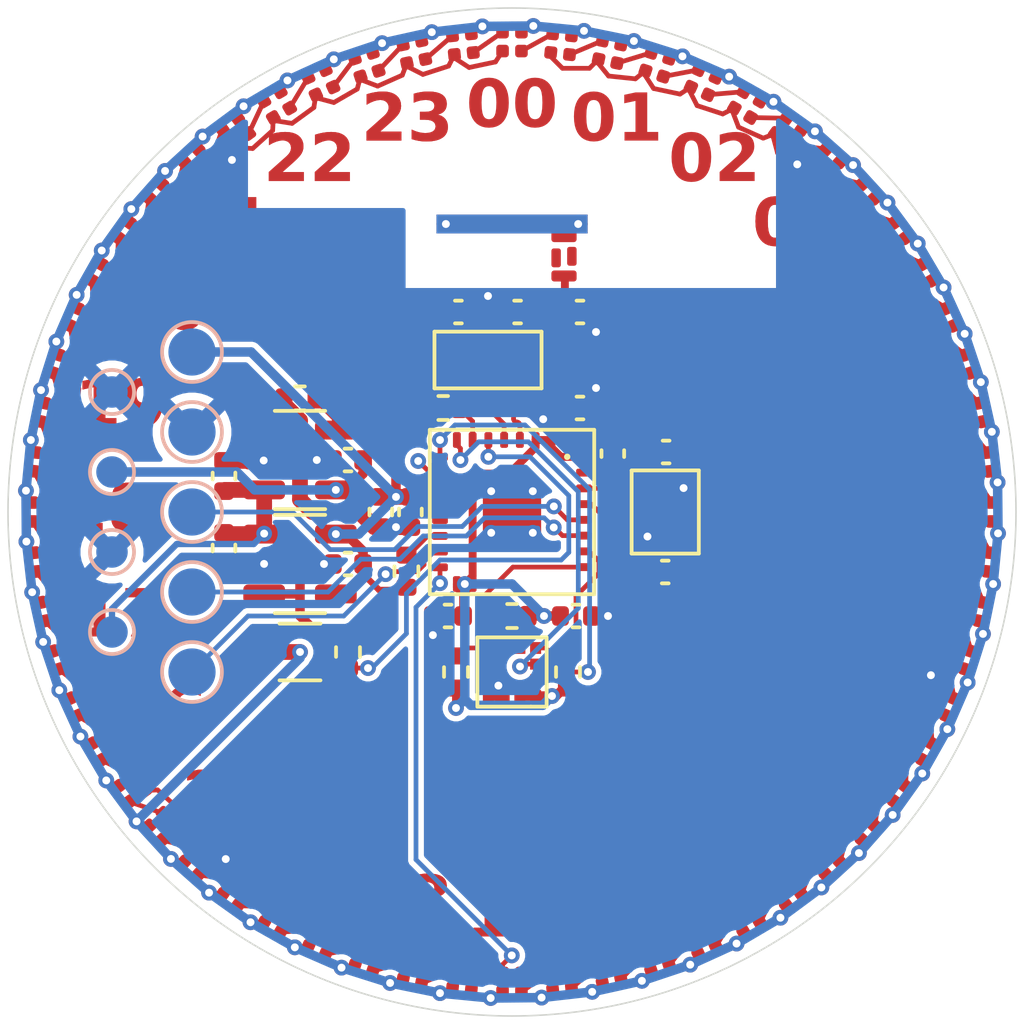
<source format=kicad_pcb>
(kicad_pcb (version 20241229) (generator "pcbnew") (generator_version "9.0")
  (layers (0 "F.Cu" signal) (2 "B.Cu" signal) (13 "F.Paste" user) (15 "B.Paste" user) (5 "F.SilkS" user "F.Silkscreen") (7 "B.SilkS" user "B.Silkscreen") (1 "F.Mask" user) (3 "B.Mask" user) (25 "Edge.Cuts" user))
  (net 0 "")
  (net 1 "GND")
  (net 2 "Net-(D1-DOUT)")
  (net 3 "VLED")
  (net 4 "/xtl_ls+")
  (net 5 "Net-(D2-DOUT)")
  (net 6 "Net-(D3-DOUT)")
  (net 7 "Net-(D4-DOUT)")
  (net 8 "Net-(D5-DOUT)")
  (net 9 "Net-(D10-DIN)")
  (net 10 "Net-(D10-DOUT)")
  (net 11 "Net-(D11-DOUT)")
  (net 12 "Net-(D12-DOUT)")
  (net 13 "Net-(D13-DOUT)")
  (net 14 "Net-(D14-DOUT)")
  (net 15 "Bank1")
  (net 16 "Net-(D16-DOUT)")
  (net 17 "Net-(D17-DOUT)")
  (net 18 "Net-(D18-DOUT)")
  (net 19 "Net-(D19-DOUT)")
  (net 20 "Net-(D20-DOUT)")
  (net 21 "Net-(D21-DOUT)")
  (net 22 "Net-(D22-DOUT)")
  (net 23 "Net-(D23-DOUT)")
  (net 24 "Net-(D24-DOUT)")
  (net 25 "Net-(D25-DOUT)")
  (net 26 "Net-(D26-DOUT)")
  (net 27 "Net-(D27-DOUT)")
  (net 28 "Net-(D28-DOUT)")
  (net 29 "Net-(D29-DOUT)")
  (net 30 "Bank2")
  (net 31 "Net-(D31-DOUT)")
  (net 32 "Net-(D32-DOUT)")
  (net 33 "Net-(D33-DOUT)")
  (net 34 "Net-(D34-DOUT)")
  (net 35 "Net-(D35-DOUT)")
  (net 36 "Net-(D36-DOUT)")
  (net 37 "Net-(D37-DOUT)")
  (net 38 "Net-(D38-DOUT)")
  (net 39 "Net-(D39-DOUT)")
  (net 40 "Net-(D40-DOUT)")
  (net 41 "Net-(D41-DOUT)")
  (net 42 "Net-(D42-DOUT)")
  (net 43 "Net-(D43-DOUT)")
  (net 44 "Net-(D44-DOUT)")
  (net 45 "Bank3")
  (net 46 "Net-(D46-DOUT)")
  (net 47 "Net-(D47-DOUT)")
  (net 48 "Net-(D48-DOUT)")
  (net 49 "Net-(D49-DOUT)")
  (net 50 "Net-(D50-DOUT)")
  (net 51 "Net-(D51-DOUT)")
  (net 52 "Net-(D52-DOUT)")
  (net 53 "Net-(D53-DOUT)")
  (net 54 "Net-(D54-DOUT)")
  (net 55 "Net-(D55-DOUT)")
  (net 56 "Net-(D56-DOUT)")
  (net 57 "Net-(D57-DOUT)")
  (net 58 "Net-(D58-DOUT)")
  (net 59 "Net-(D59-DOUT)")
  (net 60 "Net-(D6-DOUT)")
  (net 61 "Net-(D7-DOUT)")
  (net 62 "Net-(D8-DOUT)")
  (net 63 "/xtl_hs+")
  (net 64 "SCL")
  (net 65 "SDA")
  (net 66 "/xtl_hs-")
  (net 67 "LED_DATA")
  (net 68 "IMU_SPAR_INT")
  (net 69 "IMU_MOVE_INT")
  (net 70 "Net-(U3-~{CS})")
  (net 72 "VBUS")
  (net 73 "Net-(U5-PROG)")
  (net 74 "BMS_STATUS")
  (net 75 "+BATT")
  (net 76 "+3V0")
  (net 79 "Net-(AE1-A)")
  (net 80 "unconnected-(U6-MTDI-Pad10)")
  (net 81 "/xtl_ls-")
  (net 82 "Net-(U6-CHIP_EN)")
  (net 83 "ESP_TX")
  (net 84 "ESP_RX")
  (net 85 "Net-(U6-LNA_IN)")
  (net 87 "ESP_BOOT")
  (net 88 "LED_PWR_EN")
  (net 89 "Net-(U6-GPIO8)")
  (footprint "Capacitor_SMD:C_0402_1005Metric" (layer "F.Cu") (at -5.207 -1.651 180)
    (property "Reference" "C14" (hide yes))
    (property "Value" "4u7")
  )
  (footprint "LED_Custom:XL-1010RGBC" (layer "F.Cu") (at -14.9352 0 90)
    (property "Reference" "D16" (hide yes))
    (property "Value" "WS2812B" (hide yes))
  )
  (footprint "Package_TO_SOT_SMD:SOT-23-5" (layer "F.Cu") (at -6.731 -1.651)
    (property "Reference" "U5" (hide yes))
    (property "Value" "MCP73832-2-OT" (hide yes))
  )
  (footprint "LED_Custom:XL-1010RGBC" (layer "F.Cu") (at 13.643984 -6.074693 -66)
    (property "Reference" "D50" (hide yes))
    (property "Value" "WS2812B" (hide yes))
  )
  (footprint "LED_Custom:XL-1010RGBC" (layer "F.Cu") (at -12.934263 7.4676 120)
    (property "Reference" "D21" (hide yes))
    (property "Value" "WS2812B" (hide yes))
  )
  (footprint "LED_Custom:XL-1010RGBC" (layer "F.Cu") (at -8.77869 -12.082831 36)
    (property "Reference" "D7" (hide yes))
    (property "Value" "WS2812B" (hide yes))
  )
  (footprint "LED_Custom:XL-1010RGBC" (layer "F.Cu") (at -6.074693 -13.643984 24)
    (property "Reference" "D5" (hide yes))
    (property "Value" "WS2812B" (hide yes))
  )
  (footprint "Resistor_SMD:R_0402_1005Metric" (layer "F.Cu") (at -5.207 4.445 90)
    (property "Reference" "R6" (hide yes))
    (property "Value" "100k")
  )
  (footprint "Capacitor_SMD:C_0402_1005Metric" (layer "F.Cu") (at -5.207 1.651 180)
    (property "Reference" "C13" (hide yes))
    (property "Value" "2u2")
  )
  (footprint "LED_Custom:XL-1010RGBC" (layer "F.Cu") (at -3.105203 14.60883 168)
    (property "Reference" "D29" (hide yes))
    (property "Value" "WS2812B" (hide yes))
  )
  (footprint "Package_DFN_QFN:QFN-32-1EP_5x5mm_P0.5mm_EP3.7x3.7mm" (layer "F.Cu") (at 0 0 -90)
    (property "Reference" "U6" (hide yes))
    (property "Value" "ESP32-C3" (hide yes))
  )
  (footprint "LED_Custom:XL-1010RGBC" (layer "F.Cu") (at 12.082831 8.77869 -126)
    (property "Reference" "D40" (hide yes))
    (property "Value" "WS2812B" (hide yes))
  )
  (footprint "Capacitor_SMD:C_0402_1005Metric" (layer "F.Cu") (at -2.032 3.302)
    (property "Reference" "C21" (hide yes))
    (property "Value" "100n")
  )
  (footprint "Resistor_SMD:R_0402_1005Metric" (layer "F.Cu") (at -6.731 -3.6068)
    (property "Reference" "R10" (hide yes))
    (property "Value" "10k")
  )
  (footprint "LED_Custom:XL-1010RGBC" (layer "F.Cu") (at 6.074693 13.643984 -156)
    (property "Reference" "D35" (hide yes))
    (property "Value" "WS2812B" (hide yes))
  )
  (footprint "LED_Custom:XL-1010RGBC" (layer "F.Cu") (at 14.204219 -4.615231 -72)
    (property "Reference" "D49" (hide yes))
    (property "Value" "WS2812B" (hide yes))
  )
  (footprint "Resistor_SMD:R_0402_1005Metric" (layer "F.Cu") (at -3.3528 1.8796 -90)
    (property "Reference" "R1" (hide yes))
    (property "Value" "100k")
  )
  (footprint "LED_Custom:XL-1010RGBC" (layer "F.Cu") (at -12.082831 -8.77869 54)
    (property "Reference" "D10" (hide yes))
    (property "Value" "WS2812B" (hide yes))
  )
  (footprint "LED_Custom:XL-1010RGBC" (layer "F.Cu") (at -14.60883 -3.105203 78)
    (property "Reference" "D14" (hide yes))
    (property "Value" "WS2812B" (hide yes))
  )
  (footprint "LED_Custom:XL-1010RGBC" (layer "F.Cu") (at -7.4676 -12.934263 30)
    (property "Reference" "D6" (hide yes))
    (property "Value" "WS2812B" (hide yes))
  )
  (footprint "Resistor_SMD:R_0402_1005Metric" (layer "F.Cu") (at 0 3.302 180)
    (property "Reference" "R9" (hide yes))
    (property "Value" "10k")
  )
  (footprint "Capacitor_SMD:C_0402_1005Metric" (layer "F.Cu") (at -9.144 -1.143 90)
    (property "Reference" "C15" (hide yes))
    (property "Value" "4u7")
  )
  (footprint "Capacitor_SMD:C_0402_1005Metric" (layer "F.Cu") (at 0.1778 -6.35)
    (property "Reference" "C1" (hide yes))
    (property "Value" "12p")
  )
  (footprint "LED_Custom:XL-1010RGBC" (layer "F.Cu") (at -11.099017 9.993599 132)
    (property "Reference" "D23" (hide yes))
    (property "Value" "WS2812B" (hide yes))
  )
  (footprint "LED_Custom:XL-1010RGBC" (layer "F.Cu") (at 11.099017 -9.993599 -48)
    (property "Reference" "D53" (hide yes))
    (property "Value" "WS2812B" (hide yes))
  )
  (footprint "LED_Custom:XL-1010RGBC" (layer "F.Cu") (at 4.615231 14.204219 -162)
    (property "Reference" "D34" (hide yes))
    (property "Value" "WS2812B" (hide yes))
  )
  (footprint "Resistor_SMD:R_0402_1005Metric" (layer "F.Cu") (at -2.1844 -3.302 180)
    (property "Reference" "R12" (hide yes))
    (property "Value" "100k")
  )
  (footprint "LED_Custom:XL-1010RGBC" (layer "F.Cu") (at 4.615231 -14.204219 -18)
    (property "Reference" "D58" (hide yes))
    (property "Value" "WS2812B" (hide yes))
  )
  (footprint "Capacitor_SMD:C_0402_1005Metric" (layer "F.Cu") (at -9.144 1.143 -90)
    (property "Reference" "C12" (hide yes))
    (property "Value" "1u")
  )
  (footprint "LED_Custom:XL-1010RGBC" (layer "F.Cu") (at -13.643984 -6.074693 66)
    (property "Reference" "D12" (hide yes))
    (property "Value" "WS2812B" (hide yes))
  )
  (footprint "Package_LGA:LGA-12_2x2mm_P0.5mm" (layer "F.Cu") (at 0 5.08 -90)
    (property "Reference" "U3" (hide yes))
    (property "Value" "LIS2DE12" (hide yes))
  )
  (footprint "LED_Custom:XL-1010RGBC" (layer "F.Cu") (at 3.105203 14.60883 -168)
    (property "Reference" "D33" (hide yes))
    (property "Value" "WS2812B" (hide yes))
  )
  (footprint "LED_Custom:XL-1010RGBC" (layer "F.Cu") (at 12.082831 -8.77869 -54)
    (property "Reference" "D52" (hide yes))
    (property "Value" "WS2812B" (hide yes))
  )
  (footprint "LED_Custom:XL-1010RGBC" (layer "F.Cu") (at 1.561154 14.853383 -174)
    (property "Reference" "D32" (hide yes))
    (property "Value" "WS2812B" (hide yes))
  )
  (footprint "LED_Custom:XL-1010RGBC" (layer "F.Cu") (at 3.105203 -14.60883 -12)
    (property "Reference" "D59" (hide yes))
    (property "Value" "WS2812B" (hide yes))
  )
  (footprint "Capacitor_SMD:C_0402_1005Metric" (layer "F.Cu") (at 4.892987 -1.905 180)
    (property "Reference" "C16" (hide yes))
    (property "Value" "12p")
  )
  (footprint "LED_Custom:XL-1010RGBC" (layer "F.Cu") (at -1.561154 14.853383 174)
    (property "Reference" "D30" (hide yes))
    (property "Value" "WS2812B" (hide yes))
  )
  (footprint "LED_Custom:XL-1010RGBC" (layer "F.Cu") (at 1.561154 -14.853383 -6)
    (property "Reference" "D60" (hide yes))
    (property "Value" "WS2812B" (hide yes))
  )
  (footprint "Capacitor_SMD:C_0402_1005Metric" (layer "F.Cu") (at 2.159 -6.35)
    (property "Reference" "C19" (hide yes))
    (property "Value" "1.8p")
  )
  (footprint "LED_Custom:XL-1010RGBC" (layer "F.Cu") (at -14.204219 -4.615231 72)
    (property "Reference" "D13" (hide yes))
    (property "Value" "WS2812B" (hide yes))
  )
  (footprint "LED_Custom:XL-1010RGBC" (layer "F.Cu") (at -12.934263 -7.4676 60)
    (property "Reference" "D11" (hide yes))
    (property "Value" "WS2812B" (hide yes))
  )
  (footprint "LED_Custom:XL-1010RGBC" (layer "F.Cu") (at 0 -14.9352)
    (property "Reference" "D1" (hide yes))
    (property "Value" "WS2812B" (hide yes))
  )
  (footprint "Capacitor_SMD:C_0402_1005Metric" (layer "F.Cu") (at -4.1656 0 -90)
    (property "Reference" "C17" (hide yes))
    (property "Value" "10u")
  )
  (footprint "LED_Custom:XL-1010RGBC" (layer "F.Cu") (at 7.4676 12.934263 -150)
    (property "Reference" "D36" (hide yes))
    (property "Value" "WS2812B" (hide yes))
  )
  (footprint "LED_Custom:XL-1010RGBC" (layer "F.Cu") (at 7.4676 -12.934263 -30)
    (property "Reference" "D56" (hide yes))
    (property "Value" "WS2812B" (hide yes))
  )
  (footprint "LED_Custom:XL-1010RGBC" (layer "F.Cu") (at 14.9352 0 -90)
    (property "Reference" "D46" (hide yes))
    (property "Value" "WS2812B" (hide yes))
  )
  (footprint "LED_Custom:XL-1010RGBC" (layer "F.Cu") (at 8.77869 12.082831 -144)
    (property "Reference" "D37" (hide yes))
    (property "Value" "WS2812B" (hide yes))
  )
  (footprint "LED_Custom:XL-1010RGBC" (layer "F.Cu") (at -7.4676 12.934263 150)
    (property "Reference" "D26" (hide yes))
    (property "Value" "WS2812B" (hide yes))
  )
  (footprint "Inductor_SMD:L_0402_1005Metric" (layer "F.Cu") (at 1.778 -4.826 90)
    (property "Reference" "L2" (hide yes))
    (property "Value" "3n")
  )
  (footprint "LED_Custom:XL-1010RGBC" (layer "F.Cu") (at 14.60883 -3.105203 -78)
    (property "Reference" "D48" (hide yes))
    (property "Value" "WS2812B" (hide yes))
  )
  (footprint "LED_Custom:XL-1010RGBC" (layer "F.Cu") (at 9.993599 -11.099017 -42)
    (property "Reference" "D54" (hide yes))
    (property "Value" "WS2812B" (hide yes))
  )
  (footprint "LED_Custom:XL-1010RGBC" (layer "F.Cu") (at 14.60883 3.105203 -102)
    (property "Reference" "D44" (hide yes))
    (property "Value" "WS2812B" (hide yes))
  )
  (footprint "Capacitor_SMD:C_0402_1005Metric" (layer "F.Cu") (at 2.159 -3.302)
    (property "Reference" "C18" (hide yes))
    (property "Value" "1.2p")
  )
  (footprint "Capacitor_SMD:C_0402_1005Metric" (layer "F.Cu") (at -1.7018 -6.35 180)
    (property "Reference" "C4" (hide yes))
    (property "Value" "12p")
  )
  (footprint "LED_Custom:XL-1010RGBC" (layer "F.Cu") (at 14.204219 4.615231 -108)
    (property "Reference" "D43" (hide yes))
    (property "Value" "WS2812B" (hide yes))
  )
  (footprint "Crystal:Crystal_SMD_2520-4Pin_2.5x2.0mm" (layer "F.Cu") (at 4.864987 0 -90)
    (property "Reference" "Y2" (hide yes))
    (property "Value" "40M" (hide yes))
  )
  (footprint "LED_Custom:XL-1010RGBC" (layer "F.Cu") (at -14.853383 -1.561154 84)
    (property "Reference" "D15" (hide yes))
    (property "Value" "WS2812B" (hide yes))
  )
  (footprint "Resistor_SMD:R_0402_1005Metric" (layer "F.Cu") (at 1.778 5.08 -90)
    (property "Reference" "R7" (hide yes))
    (property "Value" "4k7")
  )
  (footprint "Package_TO_SOT_SMD:SOT-523" (layer "F.Cu") (at -6.731 4.445 180)
    (property "Reference" "Q1" (hide yes))
    (property "Value" "Q_PMOS_GSD" (hide yes))
  )
  (footprint "LED_Custom:XL-1010RGBC" (layer "F.Cu") (at -4.615231 14.204219 162)
    (property "Reference" "D28" (hide yes))
    (property "Value" "WS2812B" (hide yes))
  )
  (footprint "LED_Custom:XL-1010RGBC" (layer "F.Cu") (at 14.853383 1.561154 -96)
    (property "Reference" "D45" (hide yes))
    (property "Value" "WS2812B" (hide yes))
  )
  (footprint "LED_Custom:XL-1010RGBC" (layer "F.Cu") (at -8.77869 12.082831 144)
    (property "Reference" "D25" (hide yes))
    (property "Value" "WS2812B" (hide yes))
  )
  (footprint "LED_Custom:XL-1010RGBC" (layer "F.Cu") (at -1.561154 -14.853383 6)
    (property "Reference" "D2" (hide yes))
    (property "Value" "WS2812B" (hide yes))
  )
  (footprint "LED_Custom:XL-1010RGBC" (layer "F.Cu") (at 12.934263 -7.4676 -60)
    (property "Reference" "D51" (hide yes))
    (property "Value" "WS2812B" (hide yes))
  )
  (footprint "LED_Custom:XL-1010RGBC" (layer "F.Cu") (at -6.074693 13.643984 156)
    (property "Reference" "D27" (hide yes))
    (property "Value" "WS2812B" (hide yes))
  )
  (footprint "Crystal:Crystal_SMD_EuroQuartz_EQ161-2Pin_3.2x1.5mm" (layer "F.Cu") (at -0.762 -4.826 180)
    (property "Reference" "Y3" (hide yes))
    (property "Value" "32.768k" (hide yes))
  )
  (footprint "LED_Custom:XL-1010RGBC" (layer "F.Cu") (at 6.074693 -13.643984 -24)
    (property "Reference" "D57" (hide yes))
    (property "Value" "WS2812B" (hide yes))
  )
  (footprint "LED_Custom:XL-1010RGBC" (layer "F.Cu") (at -9.993599 -11.099017 42)
    (property "Reference" "D8" (hide yes))
    (property "Value" "WS2812B" (hide yes))
  )
  (footprint "LED_Custom:XL-1010RGBC" (layer "F.Cu") (at -14.204219 4.615231 108)
    (property "Reference" "D19" (hide yes))
    (property "Value" "WS2812B" (hide yes))
  )
  (footprint "Capacitor_SMD:C_0402_1005Metric" (layer "F.Cu") (at -3.2258 0 90)
    (property "Reference" "C22" (hide yes))
    (property "Value" "100n")
  )
  (footprint "LED_Custom:XL-1010RGBC" (layer "F.Cu") (at -14.60883 3.105203 102)
    (property "Reference" "D18" (hide yes))
    (property "Value" "WS2812B" (hide yes))
  )
  (footprint "LED_Custom:XL-1010RGBC" (layer "F.Cu") (at 12.934263 7.4676 -120)
    (property "Reference" "D41" (hide yes))
    (property "Value" "WS2812B" (hide yes))
  )
  (footprint "LED_Custom:XL-1010RGBC" (layer "F.Cu") (at -11.099017 -9.993599 48)
    (property "Reference" "D9" (hide yes))
    (property "Value" "WS2812B" (hide yes))
  )
  (footprint "Package_TO_SOT_SMD:SOT-23-5" (layer "F.Cu") (at -6.731 1.651)
    (property "Reference" "U4" (hide yes))
    (property "Value" "AP2205-3.0" (hide yes))
  )
  (footprint "LED_Custom:XL-1010RGBC" (layer "F.Cu") (at -14.853383 1.561154 96)
    (property "Reference" "D17" (hide yes))
    (property "Value" "WS2812B" (hide yes))
  )
  (footprint "Capacitor_SMD:C_0402_1005Metric" (layer "F.Cu") (at 2.032 3.302 180)
    (property "Reference" "C21" (hide yes))
    (property "Value" "100n")
  )
  (footprint "LED_Custom:XL-1010RGBC" (layer "F.Cu") (at -3.105203 -14.60883 12)
    (property "Reference" "D3" (hide yes))
    (property "Value" "WS2812B" (hide yes))
  )
  (footprint "Capacitor_SMD:C_0402_1005Metric" (layer "F.Cu") (at 4.864987 1.905)
    (property "Reference" "C7" (hide yes))
    (property "Value" "12p")
  )
  (footprint "LED_Custom:XL-1010RGBC" (layer "F.Cu") (at 14.853383 -1.561154 -84)
    (property "Reference" "D47" (hide yes))
    (property "Value" "WS2812B" (hide yes))
  )
  (footprint "Capacitor_SMD:C_0402_1005Metric" (layer "F.Cu") (at 3.2004 -1.8542 -90)
    (property "Reference" "C20" (hide yes))
    (property "Value" "100n")
  )
  (footprint "LED_Custom:XL-1010RGBC" (layer "F.Cu") (at -9.993599 11.099017 138)
    (property "Reference" "D24" (hide yes))
    (property "Value" "WS2812B" (hide yes))
  )
  (footprint "LED_Custom:XL-1010RGBC" (layer "F.Cu") (at 11.099017 9.993599 -132)
    (property "Reference" "D39" (hide yes))
    (property "Value" "WS2812B" (hide yes))
  )
  (footprint "LED_Custom:XL-1010RGBC" (layer "F.Cu") (at -4.615231 -14.204219 18)
    (property "Reference" "D4" (hide yes))
    (property "Value" "WS2812B" (hide yes))
  )
  (footprint "LED_Custom:XL-1010RGBC" (layer "F.Cu") (at 13.643984 6.074693 -114)
    (property "Reference" "D42" (hide yes))
    (property "Value" "WS2812B" (hide yes))
  )
  (footprint "LED_Custom:XL-1010RGBC" (layer "F.Cu") (at -12.082831 8.77869 126)
    (property "Reference" "D22" (hide yes))
    (property "Value" "WS2812B" (hide yes))
  )
  (footprint "LED_Custom:XL-1010RGBC" (layer "F.Cu") (at -13.643984 6.074693 114)
    (property "Reference" "D20" (hide yes))
    (property "Value" "WS2812B" (hide yes))
  )
  (footprint "Resistor_SMD:R_0402_1005Metric" (layer "F.Cu") (at -1.778 5.08 -90)
    (property "Reference" "R8" (hide yes))
    (property "Value" "4k7")
  )
  (footprint "LED_Custom:XL-1010RGBC" (layer "F.Cu") (at 9.993599 11.099017 -138)
    (property "Reference" "D38" (hide yes))
    (property "Value" "WS2812B" (hide yes))
  )
  (footprint "LED_Custom:XL-1010RGBC" (layer "F.Cu") (at 0 14.9352 180)
    (property "Reference" "D31" (hide yes))
    (property "Value" "WS2812B" (hide yes))
  )
  (footprint "LED_Custom:XL-1010RGBC" (layer "F.Cu") (at 8.77869 -12.082831 -36)
    (property "Reference" "D55" (hide yes))
    (property "Value" "WS2812B" (hide yes))
  )
  (footprint "TestPoint:TestPoint_Pad_D1.0mm" (layer "B.Cu") (at -12.7 -3.81)
    (property "Reference" "J4" (hide yes))
    (property "Value" "gnd")
  )
  (footprint "TestPoint:TestPoint_Pad_D1.0mm" (layer "B.Cu") (at -12.7 3.81)
    (property "Reference" "J1" (hide yes))
    (property "Value" "vcc")
  )
  (footprint "TestPoint:TestPoint_Pad_D1.0mm" (layer "B.Cu") (at -12.7 -1.27)
    (property "Reference" "J3" (hide yes))
    (property "Value" "vcc")
  )
  (footprint "TestPoint:TestPoint_Pad_D1.5mm" (layer "B.Cu") (at -10.16 5.08)
    (property "Reference" "TP3" (hide yes))
    (property "Value" "BOOT")
  )
  (footprint "Antenna_SMD:C209892" (layer "B.Cu") (at 0 -9.144 180)
    (property "Reference" "AE1" (hide yes))
    (property "Value" "Antenna_Shield" (hide yes))
  )
  (footprint "TestPoint:TestPoint_Pad_D1.5mm" (layer "B.Cu") (at -10.16 0)
    (property "Reference" "TP1" (hide yes))
    (property "Value" "TX")
  )
  (footprint "TestPoint:TestPoint_Pad_D1.5mm" (layer "B.Cu") (at -10.16 2.54)
    (property "Reference" "TP2" (hide yes))
    (property "Value" "RX")
  )
  (footprint "TestPoint:TestPoint_Pad_D1.5mm" (layer "B.Cu") (at -10.16 -2.54)
    (property "Reference" "TP6" (hide yes))
    (property "Value" "GND")
  )
  (footprint "TestPoint:TestPoint_Pad_D1.0mm" (layer "B.Cu") (at -12.7 1.27)
    (property "Reference" "J2" (hide yes))
    (property "Value" "gnd")
  )
  (footprint "TestPoint:TestPoint_Pad_D1.5mm" (layer "B.Cu") (at -10.16 -5.08)
    (property "Reference" "TP5" (hide yes))
    (property "Value" "VCC")
  )
  (gr_circle (center 0 0) (end 0 -16.002) (stroke (width 0.05)) (fill no) (layer "Edge.Cuts"))
  (gr_text "16" (at -11.130505 6.4262 0) (layer "F.Cu") (effects (font (size 1.5 1.5) (thickness 0.3) (bold yes))))
  (gr_text "05" (at 12.414465 -3.326446 0) (layer "F.Cu") (effects (font (size 1.5 1.5) (thickness 0.3) (bold yes))))
  (gr_text "14" (at -6.4262 11.130505 0) (layer "F.Cu") (effects (font (size 1.5 1.5) (thickness 0.3) (bold yes))))
  (gr_text "09" (at 9.088019 9.088019 0) (layer "F.Cu") (effects (font (size 1.5 1.5) (thickness 0.3) (bold yes))))
  (gr_text "10" (at 6.4262 11.130505 0) (layer "F.Cu") (effects (font (size 1.5 1.5) (thickness 0.3) (bold yes))))
  (gr_text "03" (at 9.088019 -9.088019 0) (layer "F.Cu") (effects (font (size 1.5 1.5) (thickness 0.3) (bold yes))))
  (gr_text "17" (at -12.414465 3.326446 0) (layer "F.Cu") (effects (font (size 1.5 1.5) (thickness 0.3) (bold yes))))
  (gr_text "10" (at 6.4262 11.130505 0) (layer "F.Cu") (effects (font (size 1.5 1.5) (thickness 0.3) (bold yes))))
  (gr_text "19" (at -12.414465 -3.326446 0) (layer "F.Cu") (effects (font (size 1.5 1.5) (thickness 0.3) (bold yes))))
  (gr_text "09" (at 9.088019 9.088019 0) (layer "F.Cu") (effects (font (size 1.5 1.5) (thickness 0.3) (bold yes))))
  (gr_text "01" (at 3.326446 -12.414465 0) (layer "F.Cu") (effects (font (size 1.5 1.5) (thickness 0.3) (bold yes))))
  (gr_text "EEAN" (at 0 9.906 0) (layer "F.Cu") (effects (font (size 1 1) (thickness 0.25) (bold yes))))
  (gr_text "13" (at -3.326446 12.414465 0) (layer "F.Cu") (effects (font (size 1.5 1.5) (thickness 0.3) (bold yes))))
  (gr_text "18" (at -12.8524 0 0) (layer "F.Cu") (effects (font (size 1.5 1.5) (thickness 0.3) (bold yes))))
  (gr_text "13" (at -3.326446 12.414465 0) (layer "F.Cu") (effects (font (size 1.5 1.5) (thickness 0.3) (bold yes))))
  (gr_text "15" (at -9.088019 9.088019 0) (layer "F.Cu") (effects (font (size 1.5 1.5) (thickness 0.3) (bold yes))))
  (gr_text "21" (at -9.088019 -9.088019 0) (layer "F.Cu") (effects (font (size 1.5 1.5) (thickness 0.3) (bold yes))))
  (gr_text "19" (at -12.414465 -3.326446 0) (layer "F.Cu") (effects (font (size 1.5 1.5) (thickness 0.3) (bold yes))))
  (gr_text "16" (at -11.130505 6.4262 0) (layer "F.Cu") (effects (font (size 1.5 1.5) (thickness 0.3) (bold yes))))
  (gr_text "11" (at 3.326446 12.414465 0) (layer "F.Cu") (effects (font (size 1.5 1.5) (thickness 0.3) (bold yes))))
  (gr_text "08" (at 11.130505 6.4262 0) (layer "F.Cu") (effects (font (size 1.5 1.5) (thickness 0.3) (bold yes))))
  (gr_text "23" (at -3.326446 -12.414465 0) (layer "F.Cu") (effects (font (size 1.5 1.5) (thickness 0.3) (bold yes))))
  (gr_text "07" (at 12.414465 3.326446 0) (layer "F.Cu") (effects (font (size 1.5 1.5) (thickness 0.3) (bold yes))))
  (gr_text "03" (at 9.088019 -9.088019 0) (layer "F.Cu") (effects (font (size 1.5 1.5) (thickness 0.3) (bold yes))))
  (gr_text "20" (at -11.130505 -6.4262 0) (layer "F.Cu") (effects (font (size 1.5 1.5) (thickness 0.3) (bold yes))))
  (gr_text "11" (at 3.326446 12.414465 0) (layer "F.Cu") (effects (font (size 1.5 1.5) (thickness 0.3) (bold yes))))
  (gr_text "06" (at 12.8524 0 0) (layer "F.Cu") (effects (font (size 1.5 1.5) (thickness 0.3) (bold yes))))
  (gr_text "04" (at 11.130505 -6.4262 0) (layer "F.Cu") (effects (font (size 1.5 1.5) (thickness 0.3) (bold yes))))
  (gr_text "22" (at -6.4262 -11.130505 0) (layer "F.Cu") (effects (font (size 1.5 1.5) (thickness 0.3) (bold yes))))
  (gr_text "22" (at -6.4262 -11.130505 0) (layer "F.Cu") (effects (font (size 1.5 1.5) (thickness 0.3) (bold yes))))
  (gr_text "23" (at -3.326446 -12.414465 0) (layer "F.Cu") (effects (font (size 1.5 1.5) (thickness 0.3) (bold yes))))
  (gr_text "04" (at 11.130505 -6.4262 0) (layer "F.Cu") (effects (font (size 1.5 1.5) (thickness 0.3) (bold yes))))
  (gr_text "12" (at 0 12.8524 0) (layer "F.Cu") (effects (font (size 1.5 1.5) (thickness 0.3) (bold yes))))
  (gr_text "21" (at -9.088019 -9.088019 0) (layer "F.Cu") (effects (font (size 1.5 1.5) (thickness 0.3) (bold yes))))
  (gr_text "20" (at -11.130505 -6.4262 0) (layer "F.Cu") (effects (font (size 1.5 1.5) (thickness 0.3) (bold yes))))
  (gr_text "17" (at -12.414465 3.326446 0) (layer "F.Cu") (effects (font (size 1.5 1.5) (thickness 0.3) (bold yes))))
  (gr_text "12" (at 0 12.8524 0) (layer "F.Cu") (effects (font (size 1.5 1.5) (thickness 0.3) (bold yes))))
  (gr_text "15" (at -9.088019 9.088019 0) (layer "F.Cu") (effects (font (size 1.5 1.5) (thickness 0.3) (bold yes))))
  (gr_text "00" (at 0 -12.8524 0) (layer "F.Cu") (effects (font (size 1.5 1.5) (thickness 0.3) (bold yes))))
  (gr_text "14" (at -6.4262 11.130505 0) (layer "F.Cu") (effects (font (size 1.5 1.5) (thickness 0.3) (bold yes))))
  (gr_text "02" (at 6.4262 -11.130505 0) (layer "F.Cu") (effects (font (size 1.5 1.5) (thickness 0.3) (bold yes))))
  (gr_text "05" (at 12.414465 -3.326446 0) (layer "F.Cu") (effects (font (size 1.5 1.5) (thickness 0.3) (bold yes))))
  (gr_text "08" (at 11.130505 6.4262 0) (layer "F.Cu") (effects (font (size 1.5 1.5) (thickness 0.3) (bold yes))))
  (gr_text "18" (at -12.8524 0 0) (layer "F.Cu") (effects (font (size 1.5 1.5) (thickness 0.3) (bold yes))))
  (gr_text "06" (at 12.8524 0 0) (layer "F.Cu") (effects (font (size 1.5 1.5) (thickness 0.3) (bold yes))))
  (gr_text "07" (at 12.414465 3.326446 0) (layer "F.Cu") (effects (font (size 1.5 1.5) (thickness 0.3) (bold yes))))
  (segment (start 10.675334 -10.015803) (end 10.589737 -9.920738) (width 0.15) (layer "F.Cu") (net 1))
  (segment (start -1.231439 14.586385) (end -1.231439 14.458463) (width 0.15) (layer "F.Cu") (net 1))
  (segment (start -11.541253 8.235253) (end -12.114222 7.598907) (width 0.15) (layer "F.Cu") (net 1))
  (segment (start 12.707592 7.005762) (end 12.217528 7.19388) (width 0.15) (layer "F.Cu") (net 1))
  (segment (start 7.005762 -12.707592) (end 7.19388 -12.217528) (width 0.15) (layer "F.Cu") (net 1))
  (segment (start -10.97049 -9.173118) (end -11.076812 -9.569917) (width 0.15) (layer "F.Cu") (net 1))
  (segment (start 2.458908 -14.087282) (end 2.749385 -14.377759) (width 0.15) (layer "F.Cu") (net 1))
  (segment (start -4.755811 -13.709335) (end -4.265747 -13.521217) (width 0.15) (layer "F.Cu") (net 1))
  (segment (start 1.801554 14.398541) (end 1.361311 14.112644) (width 0.15) (layer "F.Cu") (net 1))
  (segment (start -9.494726 10.973321) (end -9.576843 10.454855) (width 0.15) (layer "F.Cu") (net 1))
  (segment (start 9.920738 10.589738) (end 9.396528 10.617211) (width 0.15) (layer "F.Cu") (net 1))
  (segment (start 10.589738 -9.920738) (end 10.617211 -9.396528) (width 0.15) (layer "F.Cu") (net 1))
  (segment (start 5.655731 13.001254) (end 4.914164 13.429398) (width 0.15) (layer "F.Cu") (net 1))
  (segment (start 8.295689 -11.905677) (end 8.431551 -11.398634) (width 0.15) (layer "F.Cu") (net 1))
  (segment (start -6.290998 -12.84216) (end -6.226735 -13.247899) (width 0.15) (layer "F.Cu") (net 1))
  (segment (start 6.69177 -12.637957) (end 7.057792 -12.824455) (width 0.15) (layer "F.Cu") (net 1))
  (segment (start -3.556 -6.985) (end -3.556 -9.398) (width 0.25) (layer "F.Cu") (net 1))
  (segment (start -14.250538 -2.736014) (end -13.842591 -3.066363) (width 0.15) (layer "F.Cu") (net 1))
  (segment (start -14.087282 -1.60262) (end -14.087282 -2.458908) (width 0.15) (layer "F.Cu") (net 1))
  (segment (start -12.824454 -7.057793) (end -12.707591 -7.005762) (width 0.15) (layer "F.Cu") (net 1))
  (segment (start 8.759463 11.568725) (end 8.235253 11.541252) (width 0.15) (layer "F.Cu") (net 1))
  (segment (start -12.114221 7.598907) (end -12.524455 7.577408) (width 0.15) (layer "F.Cu") (net 1))
  (segment (start 13.446238 4.49651) (end 13.300618 5.1816) (width 0.15) (layer "F.Cu") (net 1))
  (segment (start 5.877392 -12.902565) (end 6.69177 -12.637957) (width 0.15) (layer "F.Cu") (net 1))
  (segment (start 2.749385 -14.377759) (end 2.736014 -14.250538) (width 0.15) (layer "F.Cu") (net 1))
  (segment (start -8.235253 -11.541253) (end -7.598907 -12.114222) (width 0.15) (layer "F.Cu") (net 1))
  (segment (start 4.301394 0.778606) (end 4.282387 0.7596) (width 0.3) (layer "F.Cu") (net 1))
  (segment (start 3.91796 -13.753085) (end 4.237209 -14.011608) (width 0.15) (layer "F.Cu") (net 1))
  (segment (start -5.877392 12.902565) (end -6.69177 12.637957) (width 0.15) (layer "F.Cu") (net 1))
  (segment (start -10.61721 9.396529) (end -11.253556 8.82356) (width 0.15) (layer "F.Cu") (net 1))
  (segment (start 12.637957 6.69177) (end 12.824455 7.057792) (width 0.15) (layer "F.Cu") (net 1))
  (segment (start 11.66379 -8.845059) (end 11.568725 -8.759462) (width 0.15) (layer "F.Cu") (net 1))
  (segment (start 7.976138 -11.869244) (end 8.35965 -12.01646) (width 0.15) (layer "F.Cu") (net 1))
  (segment (start 1.828151 14.523668) (end 1.801555 14.398541) (width 0.15) (layer "F.Cu") (net 1))
  (segment (start -14.6352 0.299999) (end -14.507979 0.286628) (width 0.15) (layer "F.Cu") (net 1))
  (segment (start -13.429398 4.914164) (end -13.826197 4.807842) (width 0.15) (layer "F.Cu") (net 1))
  (segment (start 12.114221 -7.598907) (end 12.524455 -7.577408) (width 0.15) (layer "F.Cu") (net 1))
  (segment (start 6.290998 12.84216) (end 6.226735 13.247899) (width 0.15) (layer "F.Cu") (net 1))
  (segment (start 13.8695 -3.48349) (end 14.253012 -3.336274) (width 0.15) (layer "F.Cu") (net 1))
  (segment (start 14.6352 -0.299999) (end 14.507979 -0.286628) (width 0.15) (layer "F.Cu") (net 1))
  (segment (start -12.01646 -8.35965) (end -11.905676 -8.295689) (width 0.15) (layer "F.Cu") (net 1))
  (segment (start -2.458908 14.087282) (end -2.749385 14.377759) (width 0.15) (layer "F.Cu") (net 1))
  (segment (start 2.829027 13.893038) (end 2.014649 14.157646) (width 0.15) (layer "F.Cu") (net 1))
  (segment (start -1.361312 -14.112645) (end -0.523736 -14.290677) (width 0.15) (layer "F.Cu") (net 1))
  (segment (start -6.731 -1.651) (end -6.731 -0.392612) (width 0.5) (layer "F.Cu") (net 1))
  (segment (start -10.973321 -9.494726) (end -10.454855 -9.576843) (width 0.15) (layer "F.Cu") (net 1))
  (segment (start -14.267136 -0.972916) (end -14.586385 -1.231439) (width 0.15) (layer "F.Cu") (net 1))
  (segment (start -7.19388 12.217528) (end -7.976138 11.869244) (width 0.15) (layer "F.Cu") (net 1))
  (segment (start -4.1656 0.48) (end -3.683 0.48) (width 0.5) (layer "F.Cu") (net 1))
  (segment (start 1.173 -3.713) (end 0.9906 -3.5306) (width 0.15) (layer "F.Cu") (net 1))
  (segment (start 8.845059 11.66379) (end 8.759462 11.568725) (width 0.15) (layer "F.Cu") (net 1))
  (segment (start 9.576843 -10.454854) (end 10.269595 -9.951541) (width 0.15) (layer "F.Cu") (net 1))
  (segment (start 13.893038 -2.829027) (end 14.157646 -2.014649) (width 0.15) (layer "F.Cu") (net 1))
  (segment (start -2.829027 -13.893038) (end -2.014649 -14.157646) (width 0.15) (layer "F.Cu") (net 1))
  (segment (start -3.91796 13.753085) (end -4.237209 14.011608) (width 0.15) (layer "F.Cu") (net 1))
  (segment (start -0.762 -6.985) (end -0.762 -6.858) (width 0.25) (layer "F.Cu") (net 1))
  (segment (start 2.5245 3.302) (end 3.048 3.302) (width 0.3) (layer "F.Cu") (net 1))
  (segment (start -13.37028 -5.639079) (end -12.902565 -5.877392) (width 0.15) (layer "F.Cu") (net 1))
  (segment (start -4.807842 -13.826197) (end -4.755811 -13.709334) (width 0.15) (layer "F.Cu") (net 1))
  (segment (start 14.398541 -1.801554) (end 14.112644 -1.361311) (width 0.15) (layer "F.Cu") (net 1))
  (segment (start -0.7625 5.33) (end -0.7625 5.83) (width 0.3) (layer "F.Cu") (net 1))
  (segment (start 0.523736 14.290677) (end 0.3 14.6352) (width 0.15) (layer "F.Cu") (net 1))
  (segment (start -0.4318 5.5118) (end -0.4318 5.7658) (width 0.5) (layer "F.Cu") (net 1))
  (segment (start 13.429398 -4.914164) (end 13.826197 -4.807842) (width 0.15) (layer "F.Cu") (net 1))
  (segment (start -0.7625 4.83) (end -0.7625 5.33) (width 0.3) (layer "F.Cu") (net 1))
  (segment (start -13.247899 6.226735) (end -13.137115 6.162774) (width 0.15) (layer "F.Cu") (net 1))
  (segment (start 7.057793 -12.824454) (end 7.005762 -12.707591) (width 0.15) (layer "F.Cu") (net 1))
  (segment (start 13.88648 4.210613) (end 13.446237 4.49651) (width 0.15) (layer "F.Cu") (net 1))
  (segment (start -1.828151 -14.523668) (end -1.801555 -14.398541) (width 0.15) (layer "F.Cu") (net 1))
  (segment (start -14.011607 -4.237209) (end -13.88648 -4.210613) (width 0.15) (layer "F.Cu") (net 1))
  (segment (start 2.639 -6.35) (end 2.667 -6.322) (width 0.25) (layer "F.Cu") (net 1))
  (segment (start -7.976138 11.869244) (end -8.35965 12.01646) (width 0.15) (layer "F.Cu") (net 1))
  (segment (start -4.914164 -13.429398) (end -4.807842 -13.826197) (width 0.15) (layer "F.Cu") (net 1))
  (segment (start -4.210613 13.88648) (end -4.49651 13.446237) (width 0.15) (layer "F.Cu") (net 1))
  (segment (start 10.97049 9.173118) (end 11.076812 9.569917) (width 0.15) (layer "F.Cu") (net 1))
  (segment (start -9.951541 -10.269595) (end -10.015804 -10.675334) (width 0.15) (layer "F.Cu") (net 1))
  (segment (start -6.1976 -1.651) (end -5.687 -1.651) (width 0.5) (layer "F.Cu") (net 1))
  (segment (start 11.076812 9.569917) (end 10.973321 9.494726) (width 0.15) (layer "F.Cu") (net 1))
  (segment (start -1.2218 -6.35) (end -1.2218 -6.3982) (width 0.5) (layer "F.Cu") (net 1))
  (segment (start -3.683 0.48) (end -3.2258 0.48) (width 0.5) (layer "F.Cu") (net 1))
  (segment (start -9.569917 11.076812) (end -9.494726 10.973321) (width 0.15) (layer "F.Cu") (net 1))
  (segment (start -14.112645 1.361312) (end -14.290677 0.523736) (width 0.15) (layer "F.Cu") (net 1))
  (segment (start -14.458463 -1.231439) (end -14.087282 -1.60262) (width 0.15) (layer "F.Cu") (net 1))
  (segment (start -13.893038 2.829027) (end -14.157646 2.014649) (width 0.15) (layer "F.Cu") (net 1))
  (segment (start -13.137116 6.162774) (end -13.001254 5.655731) (width 0.15) (layer "F.Cu") (net 1))
  (segment (start 6.162774 13.137116) (end 5.655731 13.001254) (width 0.15) (layer "F.Cu") (net 1))
  (segment (start -14.507978 0.286628) (end -14.177629 -0.121319) (width 0.15) (layer "F.Cu") (net 1))
  (segment (start 4.265748 13.521217) (end 3.48349 13.869501) (width 0.15) (layer "F.Cu") (net 1))
  (segment (start -9.088782 11.019182) (end -9.173118 10.97049) (width 0.15) (layer "F.Cu") (net 1))
  (segment (start -13.268205 -5.334086) (end -13.491941 -5.678609) (width 0.15) (layer "F.Cu") (net 1))
  (segment (start 3.336273 14.253012) (end 3.296743 14.131351) (width 0.15) (layer "F.Cu") (net 1))
  (segment (start 2.639 -3.302) (end 2.667 -3.33) (width 0.25) (layer "F.Cu") (net 1))
  (segment (start 10.973321 9.494726) (end 10.454855 9.576843) (width 0.15) (layer "F.Cu") (net 1))
  (segment (start -1.2218 -6.9368) (end -1.27 -6.985) (width 0.2) (layer "F.Cu") (net 1))
  (segment (start 5.372987 -0.8342) (end 5.447587 -0.7596) (width 0.3) (layer "F.Cu") (net 1))
  (segment (start -0.3022 -6.3982) (end -0.762 -6.858) (width 0.5) (layer "F.Cu") (net 1))
  (segment (start 14.17763 0.121319) (end 14.267136 0.972916) (width 0.15) (layer "F.Cu") (net 1))
  (segment (start 14.586385 1.231439) (end 14.458463 1.231439) (width 0.15) (layer "F.Cu") (net 1))
  (segment (start -11.869244 -7.976138) (end -12.01646 -8.35965) (width 0.15) (layer "F.Cu") (net 1))
  (segment (start 13.491941 5.678609) (end 13.37028 5.639079) (width 0.15) (layer "F.Cu") (net 1))
  (segment (start 4.755811 13.709335) (end 4.265747 13.521217) (width 0.15) (layer "F.Cu") (net 1))
  (segment (start 9.056576 -11.037776) (end 9.173118 -10.97049) (width 0.15) (layer "F.Cu") (net 1))
  (segment (start -10.454854 -9.576843) (end -9.951541 -10.269595) (width 0.15) (layer "F.Cu") (net 1))
  (segment (start -11.905677 -8.295689) (end -11.398634 -8.431551) (width 0.15) (layer "F.Cu") (net 1))
  (segment (start -4.848612 0) (end -4.368612 0.48) (width 0.5) (layer "F.Cu") (net 1))
  (segment (start 4.384987 0.8622) (end 4.301394 0.778606) (width 0.3) (layer "F.Cu") (net 1))
  (segment (start -14.398541 1.801554) (end -14.112644 1.361311) (width 0.15) (layer "F.Cu") (net 1))
  (segment (start -6.731 -1.651) (end -6.1976 -1.651) (width 0.5) (layer "F.Cu") (net 1))
  (segment (start 7.598907 12.114221) (end 7.577408 12.524455) (width 0.15) (layer "F.Cu") (net 1))
  (segment (start -7.8685 -1.651) (end -6.731 -1.651) (width 0.5) (layer "F.Cu") (net 1))
  (segment (start -6.98375 -12.338847) (end -6.290998 -12.84216) (width 0.15) (layer "F.Cu") (net 1))
  (segment (start 14.250538 2.736014) (end 13.842591 3.066363) (width 0.15) (layer "F.Cu") (net 1))
  (segment (start 13.753085 3.91796) (end 14.011608 4.237209) (width 0.15) (layer "F.Cu") (net 1))
  (segment (start 14.507978 -0.286628) (end 14.177629 0.121319) (width 0.15) (layer "F.Cu") (net 1))
  (segment (start 13.842591 3.066363) (end 13.753085 3.91796) (width 0.15) (layer "F.Cu") (net 1))
  (segment (start 2.639 -3.302) (end 3.2004 -2.7406) (width 0.25) (layer "F.Cu") (net 1))
  (segment (start -0.3022 -6.35) (end -0.3022 -6.9368) (width 0.2) (layer "F.Cu") (net 1))
  (segment (start -8.295689 11.905677) (end -8.431551 11.398634) (width 0.15) (layer "F.Cu") (net 1))
  (segment (start -13.709335 4.755811) (end -13.521217 4.265747) (width 0.15) (layer "F.Cu") (net 1))
  (segment (start -13.491941 -5.678609) (end -13.37028 -5.639079) (width 0.15) (layer "F.Cu") (net 1))
  (segment (start -9.920738 -10.589738) (end -9.396528 -10.617211) (width 0.15) (layer "F.Cu") (net 1))
  (segment (start -13.521217 4.265748) (end -13.869501 3.48349) (width 0.15) (layer "F.Cu") (net 1))
  (segment (start 8.235253 11.541253) (end 7.598907 12.114222) (width 0.15) (layer "F.Cu") (net 1))
  (segment (start 14.157646 -2.014649) (end 14.523668 -1.828151) (width 0.15) (layer "F.Cu") (net 1))
  (segment (start 6.226735 13.247899) (end 6.162774 13.137115) (width 0.15) (layer "F.Cu") (net 1))
  (segment (start -13.8695 3.48349) (end -14.253012 3.336274) (width 0.15) (layer "F.Cu") (net 1))
  (segment (start 12.420964 -7.502216) (end 12.338847 -6.98375) (width 0.15) (layer "F.Cu") (net 1))
  (segment (start -3.066363 13.842591) (end -3.91796 13.753085) (width 0.15) (layer "F.Cu") (net 1))
  (segment (start -13.753085 -3.91796) (end -14.011608 -4.237209) (width 0.15) (layer "F.Cu") (net 1))
  (segment (start 1.60262 -14.087282) (end 2.458908 -14.087282) (width 0.15) (layer "F.Cu") (net 1))
  (segment (start -14.087282 -2.458908) (end -14.377759 -2.749385) (width 0.15) (layer "F.Cu") (net 1))
  (segment (start -10.269595 9.951541) (end -10.675334 10.015804) (width 0.15) (layer "F.Cu") (net 1))
  (segment (start 12.338847 -6.98375) (end 12.84216 -6.290998) (width 0.15) (layer "F.Cu") (net 1))
  (segment (start 4.384987 1.905) (end 4.384987 0.8622) (width 0.3) (layer "F.Cu") (net 1))
  (segment (start -11.398634 -8.431551) (end -10.97049 -9.173118) (width 0.15) (layer "F.Cu") (net 1))
  (segment (start -9.144 -1.623) (end -7.8965 -1.623) (width 0.5) (layer "F.Cu") (net 1))
  (segment (start -2.512 3.909) (end -2.512 3.302) (width 0.25) (layer "F.Cu") (net 1))
  (segment (start 14.131351 -3.296743) (end 13.893038 -2.829028) (width 0.15) (layer "F.Cu") (net 1))
  (segment (start 4.914164 13.429398) (end 4.807842 13.826197) (width 0.15) (layer "F.Cu") (net 1))
  (segment (start 14.523668 -1.828151) (end 14.398541 -1.801555) (width 0.15) (layer "F.Cu") (net 1))
  (segment (start -4.237209 14.011607) (end -4.210613 13.88648) (width 0.15) (layer "F.Cu") (net 1))
  (segment (start -14.157646 2.014649) (end -14.523668 1.828151) (width 0.15) (layer "F.Cu") (net 1))
  (segment (start 9.951541 10.269595) (end 10.015804 10.675334) (width 0.15) (layer "F.Cu") (net 1))
  (segment (start -13.842591 -3.066363) (end -13.753085 -3.91796) (width 0.15) (layer "F.Cu") (net 1))
  (segment (start -2.014649 -14.157646) (end -1.828151 -14.523668) (width 0.15) (layer "F.Cu") (net 1))
  (segment (start -5.678609 13.491941) (end -5.639079 13.37028) (width 0.15) (layer "F.Cu") (net 1))
  (segment (start -13.001254 5.655731) (end -13.429398 4.914164) (width 0.15) (layer "F.Cu") (net 1))
  (segment (start -8.845059 -11.66379) (end -8.759462 -11.568725) (width 0.15) (layer "F.Cu") (net 1))
  (segment (start -4.368612 0.48) (end -4.1656 0.48) (width 0.5) (layer "F.Cu") (net 1))
  (segment (start 14.458463 1.231439) (end 14.087282 1.60262) (width 0.15) (layer "F.Cu") (net 1))
  (segment (start -0.254 -6.985) (end 1.278 -6.985) (width 0.25) (layer "F.Cu") (net 1))
  (segment (start 14.011607 4.237209) (end 13.88648 4.210613) (width 0.15) (layer "F.Cu") (net 1))
  (segment (start -9.173118 10.97049) (end -9.569917 11.076812) (width 0.15) (layer "F.Cu") (net 1))
  (segment (start 12.84216 -6.290998) (end 13.247899 -6.226735) (width 0.15) (layer "F.Cu") (net 1))
  (segment (start -12.637957 -6.69177) (end -12.824455 -7.057792) (width 0.15) (layer "F.Cu") (net 1))
  (segment (start -9.144 1.623) (end -7.8965 1.623) (width 0.5) (layer "F.Cu") (net 1))
  (segment (start -6.338388 0) (end -4.848612 0) (width 0.5) (layer "F.Cu") (net 1))
  (segment (start -14.131351 3.296743) (end -13.893038 2.829028) (width 0.15) (layer "F.Cu") (net 1))
  (segment (start 11.869244 7.976138) (end 12.01646 8.35965) (width 0.15) (layer "F.Cu") (net 1))
  (segment (start -0.25 5.8425) (end -0.75 5.8425) (width 0.3) (layer "F.Cu") (net 1))
  (segment (start 12.902565 5.877392) (end 12.637957 6.69177) (width 0.15) (layer "F.Cu") (net 1))
  (segment (start -1.60262 14.087282) (end -2.458908 14.087282) (width 0.15) (layer "F.Cu") (net 1))
  (segment (start -1.231439 14.458463) (end -1.60262 14.087282) (width 0.15) (layer "F.Cu") (net 1))
  (segment (start 1.361312 14.112645) (end 0.523736 14.290677) (width 0.15) (layer "F.Cu") (net 1))
  (segment (start -0.523736 -14.290677) (end -0.3 -14.6352) (width 0.15) (layer "F.Cu") (net 1))
  (segment (start 13.137116 -6.162774) (end 13.001254 -5.655731) (width 0.15) (layer "F.Cu") (net 1))
  (segment (start 8.82356 11.253556) (end 8.845059 11.66379) (width 0.15) (layer "F.Cu") (net 1))
  (segment (start -13.826197 4.807842) (end -13.709334 4.755811) (width 0.15) (layer "F.Cu") (net 1))
  (segment (start -5.655731 -13.001254) (end -4.914164 -13.429398) (width 0.15) (layer "F.Cu") (net 1))
  (segment (start -14.523668 1.828151) (end -14.398541 1.801555) (width 0.15) (layer "F.Cu") (net 1))
  (segment (start 12.824454 7.057793) (end 12.707591 7.005762) (width 0.15) (layer "F.Cu") (net 1))
  (segment (start -8.82356 -11.253556) (end -8.845059 -11.66379) (width 0.15) (layer "F.Cu") (net 1))
  (segment (start 10.269595 -9.951541) (end 10.675334 -10.015804) (width 0.15) (layer "F.Cu") (net 1))
  (segment (start -5.334086 13.268205) (end -5.678609 13.491941) (width 0.15) (layer "F.Cu") (net 1))
  (segment (start 1.231439 -14.458463) (end 1.60262 -14.087282) (width 0.15) (layer "F.Cu") (net 1))
  (segment (start 10.61721 -9.396529) (end 11.253556 -8.82356) (width 0.15) (layer "F.Cu") (net 1))
  (segment (start 1.231439 -14.586385) (end 1.231439 -14.458463) (width 0.15) (layer "F.Cu") (net 1))
  (segment (start -1.27 -6.985) (end -0.762 -6.985) (width 0.25) (layer "F.Cu") (net 1))
  (segment (start -4.49651 13.446238) (end -5.334086 13.268206) (width 0.15) (layer "F.Cu") (net 1))
  (segment (start -12.420964 7.502216) (end -12.338847 6.98375) (width 0.15) (layer "F.Cu") (net 1))
  (segment (start 7.577407 12.524455) (end 7.502216 12.420964) (width 0.15) (layer "F.Cu") (net 1))
  (segment (start -11.253556 8.82356) (end -11.66379 8.845059) (width 0.15) (layer "F.Cu") (net 1))
  (segment (start 0.9906 -3.5306) (end 0.9906 -2.9464) (width 0.15) (layer "F.Cu") (net 1))
  (segment (start 14.087282 2.458908) (end 14.377759 2.749385) (width 0.15) (layer "F.Cu") (net 1))
  (segment (start -14.17763 -0.121319) (end -14.267136 -0.972916) (width 0.15) (layer "F.Cu") (net 1))
  (segment (start 10.454854 9.576843) (end 9.951541 10.269595) (width 0.15) (layer "F.Cu") (net 1))
  (segment (start 12.524455 -7.577407) (end 12.420964 -7.502216) (width 0.15) (layer "F.Cu") (net 1))
  (segment (start -6.731 -2.909388) (end -6.731 -1.651) (width 0.5) (layer "F.Cu") (net 1))
  (segment (start 14.112645 -1.361312) (end 14.290677 -0.523736) (width 0.15) (layer "F.Cu") (net 1))
  (segment (start -0.762 -6.985) (end -0.254 -6.985) (width 0.25) (layer "F.Cu") (net 1))
  (segment (start 11.398634 8.431551) (end 10.97049 9.173118) (width 0.15) (layer "F.Cu") (net 1))
  (segment (start 13.826197 -4.807842) (end 13.709334 -4.755811) (width 0.15) (layer "F.Cu") (net 1))
  (segment (start -13.446238 -4.49651) (end -13.268206 -5.334086) (width 0.15) (layer "F.Cu") (net 1))
  (segment (start -7.8965 1.623) (end -7.87125 1.64825) (width 0.5) (layer "F.Cu") (net 1))
  (segment (start -12.707592 -7.005762) (end -12.217528 -7.19388) (width 0.15) (layer "F.Cu") (net 1))
  (segment (start -0.3022 -6.35) (end -0.3022 -6.3982) (width 0.5) (layer "F.Cu") (net 1))
  (segment (start -14.253012 3.336273) (end -14.131351 3.296743) (width 0.15) (layer "F.Cu") (net 1))
  (segment (start 11.905677 8.295689) (end 11.398634 8.431551) (width 0.15) (layer "F.Cu") (net 1))
  (segment (start 14.290677 -0.523736) (end 14.6352 -0.3) (width 0.15) (layer "F.Cu") (net 1))
  (segment (start 4.49651 -13.446238) (end 5.334086 -13.268206) (width 0.15) (layer "F.Cu") (net 1))
  (segment (start 5.678609 -13.491941) (end 5.639079 -13.37028) (width 0.15) (layer "F.Cu") (net 1))
  (segment (start -7.502216 -12.420964) (end -6.98375 -12.338847) (width 0.15) (layer "F.Cu") (net 1))
  (segment (start -3.48349 -13.8695) (end -3.336274 -14.253012) (width 0.15) (layer "F.Cu") (net 1))
  (segment (start -13.88648 -4.210613) (end -13.446237 -4.49651) (width 0.15) (layer "F.Cu") (net 1))
  (segment (start 12.217528 7.19388) (end 11.869244 7.976138) (width 0.15) (layer "F.Cu") (net 1))
  (segment (start -7.241 -3.6068) (end -7.241 -3.419388) (width 0.5) (layer "F.Cu") (net 1))
  (segment (start -6.731 -0.392612) (end -6.338388 0) (width 0.5) (layer "F.Cu") (net 1))
  (segment (start -2.736014 14.250538) (end -3.066363 13.842591) (width 0.15) (layer "F.Cu") (net 1))
  (segment (start -2.749385 14.377759) (end -2.736014 14.250538) (width 0.15) (layer "F.Cu") (net 1))
  (segment (start -7.577407 -12.524455) (end -7.502216 -12.420964) (width 0.15) (layer "F.Cu") (net 1))
  (segment (start -10.589738 9.920738) (end -10.617211 9.396528) (width 0.15) (layer "F.Cu") (net 1))
  (segment (start 9.569917 -11.076812) (end 9.494726 -10.973321) (width 0.15) (layer "F.Cu") (net 1))
  (segment (start -3.556 -6.985) (end -1.27 -6.985) (width 0.25) (layer "F.Cu") (net 1))
  (segment (start 11.253556 -8.82356) (end 11.66379 -8.845059) (width 0.15) (layer "F.Cu") (net 1))
  (segment (start -6.226735 -13.247899) (end -6.162774 -13.137115) (width 0.15) (layer "F.Cu") (net 1))
  (segment (start -5.639079 13.37028) (end -5.877392 12.902565) (width 0.15) (layer "F.Cu") (net 1))
  (segment (start -10.675334 10.015803) (end -10.589737 9.920738) (width 0.15) (layer "F.Cu") (net 1))
  (segment (start -3.336273 -14.253012) (end -3.296743 -14.131351) (width 0.15) (layer "F.Cu") (net 1))
  (segment (start 0.299999 14.6352) (end 0.286628 14.507979) (width 0.15) (layer "F.Cu") (net 1))
  (segment (start -0.4318 5.5118) (end -0.684629 5.5118) (width 0.5) (layer "F.Cu") (net 1))
  (segment (start 14.253012 -3.336273) (end 14.131351 -3.296743) (width 0.15) (layer "F.Cu") (net 1))
  (segment (start 12.01646 8.35965) (end 11.905676 8.295689) (width 0.15) (layer "F.Cu") (net 1))
  (segment (start 4.237209 -14.011607) (end 4.210613 -13.88648) (width 0.15) (layer "F.Cu") (net 1))
  (segment (start 3.48349 13.8695) (end 3.336274 14.253012) (width 0.15) (layer "F.Cu") (net 1))
  (segment (start -7.057793 12.824454) (end -7.005762 12.707591) (width 0.15) (layer "F.Cu") (net 1))
  (segment (start -14.377759 -2.749385) (end -14.250538 -2.736014) (width 0.15) (layer "F.Cu") (net 1))
  (segment (start 4.210613 -13.88648) (end 4.49651 -13.446237) (width 0.15) (layer "F.Cu") (net 1))
  (segment (start 2.667 -3.33) (end 2.667 -3.937) (width 0.25) (layer "F.Cu") (net 1))
  (segment (start 7.19388 -12.217528) (end 7.976138 -11.869244) (width 0.15) (layer "F.Cu") (net 1))
  (segment (start -8.891785 -11.177785) (end -8.82356 -11.253556) (width 0.15) (layer "F.Cu") (net 1))
  (segment (start -1.2218 -6.3982) (end -0.762 -6.858) (width 0.5) (layer "F.Cu") (net 1))
  (segment (start -7.8965 -1.623) (end -7.88395 -1.63555) (width 0.5) (layer "F.Cu") (net 1))
  (segment (start -4.265748 -13.521217) (end -3.48349 -13.869501) (width 0.15) (layer "F.Cu") (net 1))
  (segment (start 5.334086 -13.268205) (end 5.678609 -13.491941) (width 0.15) (layer "F.Cu") (net 1))
  (segment (start 3.296743 14.131351) (end 2.829028 13.893038) (width 0.15) (layer "F.Cu") (net 1))
  (segment (start 9.494726 -10.973321) (end 9.576843 -10.454855) (width 0.15) (layer "F.Cu") (net 1))
  (segment (start 9.173118 -10.97049) (end 9.569917 -11.076812) (width 0.15) (layer "F.Cu") (net 1))
  (segment (start -7.005762 12.707592) (end -7.19388 12.217528) (width 0.15) (layer "F.Cu") (net 1))
  (segment (start -8.35965 12.01646) (end -8.295689 11.905676) (width 0.15) (layer "F.Cu") (net 1))
  (segment (start -14.290677 0.523736) (end -14.6352 0.3) (width 0.15) (layer "F.Cu") (net 1))
  (segment (start -12.217528 -7.19388) (end -11.869244 -7.976138) (width 0.15) (layer "F.Cu") (net 1))
  (segment (start -8.431551 11.398634) (end -9.088782 11.019182) (width 0.15) (layer "F.Cu") (net 1))
  (segment (start -1.801554 -14.398541) (end -1.361311 -14.112644) (width 0.15) (layer "F.Cu") (net 1))
  (segment (start 6.98375 12.338847) (end 6.290998 12.84216) (width 0.15) (layer "F.Cu") (net 1))
  (segment (start -6.69177 12.637957) (end -7.057792 12.824455) (width 0.15) (layer "F.Cu") (net 1))
  (segment (start 10.015803 10.675334) (end 9.920738 10.589737) (width 0.15) (layer "F.Cu") (net 1))
  (segment (start 2.667 -6.322) (end 2.667 -5.715) (width 0.25) (layer "F.Cu") (net 1))
  (segment (start 13.521217 -4.265748) (end 13.869501 -3.48349) (width 0.15) (layer "F.Cu") (net 1))
  (segment (start -7.87125 1.64825) (end -7.8685 1.651) (width 0.5) (layer "F.Cu") (net 1))
  (segment (start -9.576843 10.454854) (end -10.269595 9.951541) (width 0.15) (layer "F.Cu") (net 1))
  (segment (start 13.300618 5.1816) (end 13.268206 5.334086) (width 0.15) (layer "F.Cu") (net 1))
  (segment (start -10.015803 -10.675334) (end -9.920738 -10.589737) (width 0.15) (layer "F.Cu") (net 1))
  (segment (start -8.759463 -11.568725) (end -8.235253 -11.541252) (width 0.15) (layer "F.Cu") (net 1))
  (segment (start -0.7625 5.83) (end -0.75 5.8425) (width 0.3) (layer "F.Cu") (net 1))
  (segment (start -11.076812 -9.569917) (end -10.973321 -9.494726) (width 0.15) (layer "F.Cu") (net 1))
  (segment (start -12.84216 6.290998) (end -13.247899 6.226735) (width 0.15) (layer "F.Cu") (net 1))
  (segment (start -7.88395 -1.63555) (end -7.8685 -1.651) (width 0.5) (layer "F.Cu") (net 1))
  (segment (start 13.37028 5.639079) (end 12.902565 5.877392) (width 0.15) (layer "F.Cu") (net 1))
  (segment (start 4.807842 13.826197) (end 4.755811 13.709334) (width 0.15) (layer "F.Cu") (net 1))
  (segment (start 9.396529 10.61721) (end 8.82356 11.253556) (width 0.15) (layer "F.Cu") (net 1))
  (segment (start -1.2218 -6.35) (end -1.2218 -6.9368) (width 0.2) (layer "F.Cu") (net 1))
  (segment (start 14.377759 2.749385) (end 14.250538 2.736014) (width 0.15) (layer "F.Cu") (net 1))
  (segment (start 14.267136 0.972916) (end 14.586385 1.231439) (width 0.15) (layer "F.Cu") (net 1))
  (segment (start 10.675334 -10.015803) (end 10.589737 -9.920738) (width 0.15) (layer "F.Cu") (net 1))
  (segment (start 8.431551 -11.398634) (end 9.056576 -11.037776) (width 0.15) (layer "F.Cu") (net 1))
  (segment (start 13.709335 -4.755811) (end 13.521217 -4.265747) (width 0.15) (layer "F.Cu") (net 1))
  (segment (start 3.2004 -2.7406) (end 3.2004 -2.3342) (width 0.25) (layer "F.Cu") (net 1))
  (segment (start 1.173 -6.985) (end 1.173 -3.713) (width 0.15) (layer "F.Cu") (net 1))
  (segment (start 13.247899 -6.226735) (end 13.137115 -6.162774) (width 0.15) (layer "F.Cu") (net 1))
  (segment (start 5.372987 -1.905) (end 5.372987 -0.8342) (width 0.3) (layer "F.Cu") (net 1))
  (segment (start -5.687 1.651) (end -5.969 1.651) (width 0.5) (layer "F.Cu") (net 1))
  (segment (start -12.524455 7.577407) (end -12.420964 7.502216) (width 0.15) (layer "F.Cu") (net 1))
  (segment (start -6.162774 -13.137116) (end -5.655731 -13.001254) (width 0.15) (layer "F.Cu") (net 1))
  (segment (start 13.268205 5.334086) (end 13.491941 5.678609) (width 0.15) (layer "F.Cu") (net 1))
  (segment (start 3.066363 -13.842591) (end 3.91796 -13.753085) (width 0.15) (layer "F.Cu") (net 1))
  (segment (start -9.396529 -10.61721) (end -8.891785 -11.177785) (width 0.15) (layer "F.Cu") (net 1))
  (segment (start -3.296743 -14.131351) (end -2.829028 -13.893038) (width 0.15) (layer "F.Cu") (net 1))
  (segment (start -7.241 -3.419388) (end -6.731 -2.909388) (width 0.5) (layer "F.Cu") (net 1))
  (segment (start -14.586385 -1.231439) (end -14.458463 -1.231439) (width 0.15) (layer "F.Cu") (net 1))
  (segment (start 2.736014 -14.250538) (end 3.066363 -13.842591) (width 0.15) (layer "F.Cu") (net 1))
  (segment (start 7.502216 12.420964) (end 6.98375 12.338847) (width 0.15) (layer "F.Cu") (net 1))
  (segment (start 2.014649 14.157646) (end 1.828151 14.523668) (width 0.15) (layer "F.Cu") (net 1))
  (segment (start -11.66379 8.845059) (end -11.568725 8.759462) (width 0.15) (layer "F.Cu") (net 1))
  (segment (start 13.001254 -5.655731) (end 13.429398 -4.914164) (width 0.15) (layer "F.Cu") (net 1))
  (segment (start -12.338847 6.98375) (end -12.84216 6.290998) (width 0.15) (layer "F.Cu") (net 1))
  (segment (start -11.568725 8.759463) (end -11.541252 8.235253) (width 0.15) (layer "F.Cu") (net 1))
  (segment (start -0.3022 -6.9368) (end -0.254 -6.985) (width 0.2) (layer "F.Cu") (net 1))
  (segment (start -12.902565 -5.877392) (end -12.637957 -6.69177) (width 0.15) (layer "F.Cu") (net 1))
  (segment (start 8.35965 -12.01646) (end 8.295689 -11.905676) (width 0.15) (layer "F.Cu") (net 1))
  (segment (start 5.639079 -13.37028) (end 5.877392 -12.902565) (width 0.15) (layer "F.Cu") (net 1))
  (segment (start 11.568725 -8.759463) (end 11.541252 -8.235253) (width 0.15) (layer "F.Cu") (net 1))
  (segment (start -7.598907 -12.114221) (end -7.577408 -12.524455) (width 0.15) (layer "F.Cu") (net 1))
  (segment (start 14.087282 1.60262) (end 14.087282 2.458908) (width 0.15) (layer "F.Cu") (net 1))
  (segment (start 11.541253 -8.235253) (end 12.114222 -7.598907) (width 0.15) (layer "F.Cu") (net 1))
  (via (at -0.762 -6.858) (size 0.5) (drill 0.25) (layers "F.Cu" "B.Cu") (net 1))
  (via (at -5.969 1.651) (size 0.5) (drill 0.25) (layers "F.Cu" "B.Cu") (net 1))
  (via (at 2.667 -5.715) (size 0.5) (drill 0.25) (layers "F.Cu" "B.Cu") (net 1))
  (via (at 5.447587 -0.7596) (size 0.5) (drill 0.25) (layers "F.Cu" "B.Cu") (net 1))
  (via (at 0.9906 -2.9464) (size 0.5) (drill 0.25) (layers "F.Cu" "B.Cu") (net 1))
  (via (at 9.056576 -11.037776) (size 0.5) (drill 0.25) (layers "F.Cu" "B.Cu") (net 1))
  (via (at -6.1976 -1.651) (size 0.5) (drill 0.25) (layers "F.Cu" "B.Cu") (net 1))
  (via (at -0.6604 0.6604) (size 0.5) (drill 0.25) (layers "F.Cu" "B.Cu") (net 1))
  (via (at -2.512 3.909) (size 0.5) (drill 0.25) (layers "F.Cu" "B.Cu") (net 1))
  (via (at 0.6604 -0.6604) (size 0.5) (drill 0.25) (layers "F.Cu" "B.Cu") (net 1))
  (via (at -3.683 0.48) (size 0.5) (drill 0.25) (layers "F.Cu" "B.Cu") (net 1))
  (via (at -7.87125 1.64825) (size 0.5) (drill 0.25) (layers "F.Cu" "B.Cu") (net 1))
  (via (at -8.891785 -11.177785) (size 0.5) (drill 0.25) (layers "F.Cu" "B.Cu") (net 1))
  (via (at -0.4318 5.5118) (size 0.5) (drill 0.25) (layers "F.Cu" "B.Cu") (net 1))
  (via (at 4.301394 0.778606) (size 0.5) (drill 0.25) (layers "F.Cu" "B.Cu") (net 1))
  (via (at 0.6604 0.6604) (size 0.5) (drill 0.25) (layers "F.Cu" "B.Cu") (net 1))
  (via (at 13.300618 5.1816) (size 0.5) (drill 0.25) (layers "F.Cu" "B.Cu") (net 1))
  (via (at -7.88395 -1.63555) (size 0.5) (drill 0.25) (layers "F.Cu" "B.Cu") (net 1))
  (via (at 2.667 -3.937) (size 0.5) (drill 0.25) (layers "F.Cu" "B.Cu") (net 1))
  (via (at 3.048 3.302) (size 0.5) (drill 0.25) (layers "F.Cu" "B.Cu") (net 1))
  (via (at -0.6604 -0.6604) (size 0.5) (drill 0.25) (layers "F.Cu" "B.Cu") (net 1))
  (via (at -9.088782 11.019182) (size 0.5) (drill 0.25) (layers "F.Cu" "B.Cu") (net 1))
  (segment (start -0.3 -15.2352) (end -1.231439 -14.586385) (width 0.15) (layer "F.Cu") (net 2))
  (segment (start -6.470777 13.796027) (end -6.895009 13.822107) (width 0.15) (layer "F.Cu") (net 3))
  (segment (start -13.796027 -6.470777) (end -13.822107 -6.895009) (width 0.15) (layer "F.Cu") (net 3))
  (segment (start 15.120381 1.890868) (end 15.276279 2.286278) (width 0.15) (layer "F.Cu") (net 3))
  (segment (start -4.993252 14.396831) (end -5.412434 14.467112) (width 0.15) (layer "F.Cu") (net 3))
  (segment (start 13.04407 7.877407) (end 13.025663 8.302041) (width 0.15) (layer "F.Cu") (net 3))
  (segment (start 2.874132 14.964647) (end 2.54625 15.235104) (width 0.15) (layer "F.Cu") (net 3))
  (segment (start -14.582241 4.422619) (end -14.885489 4.124804) (width 0.15) (layer "F.Cu") (net 3))
  (segment (start 7.877407 -13.04407) (end 8.302041 -13.025663) (width 0.15) (layer "F.Cu") (net 3))
  (segment (start 4.422619 14.582241) (end 4.124804 14.885489) (width 0.15) (layer "F.Cu") (net 3))
  (segment (start -14.040068 5.922651) (end -14.372785 5.658165) (width 0.15) (layer "F.Cu") (net 3))
  (segment (start -14.8399 -3.46102) (end -14.953613 -3.870559) (width 0.15) (layer "F.Cu") (net 3))
  (segment (start -9.19773 12.1492) (end -9.618114 12.086507) (width 0.15) (layer "F.Cu") (net 3))
  (segment (start -15.2352 -0.299999) (end -15.431576 -0.676947) (width 0.15) (layer "F.Cu") (net 3))
  (segment (start 8.712321 12.501871) (end 8.522791 12.882307) (width 0.15) (layer "F.Cu") (net 3))
  (segment (start 1.890868 -15.120381) (end 2.286278 -15.276279) (width 0.15) (layer "F.Cu") (net 3))
  (segment (start 4.993252 -14.396831) (end 5.412434 -14.467112) (width 0.15) (layer "F.Cu") (net 3))
  (segment (start -4.422619 -14.582241) (end -4.124804 -14.885489) (width 0.15) (layer "F.Cu") (net 3))
  (segment (start 7.357793 13.34407) (end 7.129535 13.702611) (width 0.15) (layer "F.Cu") (net 3))
  (segment (start -8.712321 -12.501871) (end -8.522791 -12.882307) (width 0.15) (layer "F.Cu") (net 3))
  (segment (start -13.04407 -7.877407) (end -13.025663 -8.302041) (width 0.15) (layer "F.Cu") (net 3))
  (segment (start 14.964647 -2.874132) (end 15.235104 -2.54625) (width 0.15) (layer "F.Cu") (net 3))
  (segment (start 9.19773 -12.1492) (end 9.618114 -12.086507) (width 0.15) (layer "F.Cu") (net 3))
  (segment (start 14.582241 -4.422619) (end 14.885489 -4.124804) (width 0.15) (layer "F.Cu") (net 3))
  (segment (start -7.877407 13.04407) (end -8.302041 13.025663) (width 0.15) (layer "F.Cu") (net 3))
  (segment (start -2.874132 -14.964647) (end -2.54625 -15.235104) (width 0.15) (layer "F.Cu") (net 3))
  (segment (start -12.501871 8.712321) (end -12.882307 8.522791) (width 0.15) (layer "F.Cu") (net 3))
  (segment (start 14.040068 -5.922651) (end 14.372785 -5.658165) (width 0.15) (layer "F.Cu") (net 3))
  (segment (start -11.522698 9.971395) (end -11.920861 9.822669) (width 0.15) (layer "F.Cu") (net 3))
  (segment (start 9.971395 11.522698) (end 9.822669 11.920861) (width 0.15) (layer "F.Cu") (net 3))
  (segment (start 13.34407 -7.357793) (end 13.702611 -7.129535) (width 0.15) (layer "F.Cu") (net 3))
  (segment (start -7.376 4.445) (end -6.731 4.445) (width 0.5) (layer "F.Cu") (net 3))
  (segment (start -10.417281 11.121221) (end -10.828809 11.014929) (width 0.15) (layer "F.Cu") (net 3))
  (segment (start 14.396831 4.993252) (end 14.467112 5.412434) (width 0.15) (layer "F.Cu") (net 3))
  (segment (start -1.890868 15.120381) (end -2.286278 15.276279) (width 0.15) (layer "F.Cu") (net 3))
  (segment (start 5.922651 14.040068) (end 5.658165 14.372785) (width 0.15) (layer "F.Cu") (net 3))
  (segment (start -14.964647 2.874132) (end -15.235104 2.54625) (width 0.15) (layer "F.Cu") (net 3))
  (segment (start 14.8399 3.46102) (end 14.953613 3.870559) (width 0.15) (layer "F.Cu") (net 3))
  (segment (start 13.796027 6.470777) (end 13.822107 6.895009) (width 0.15) (layer "F.Cu") (net 3))
  (segment (start -9.971395 -11.522698) (end -9.822669 -11.920861) (width 0.15) (layer "F.Cu") (net 3))
  (segment (start 10.417281 -11.121221) (end 10.828809 -11.014929) (width 0.15) (layer "F.Cu") (net 3))
  (segment (start -3.46102 14.8399) (end -3.870559 14.953613) (width 0.15) (layer "F.Cu") (net 3))
  (segment (start 12.501871 -8.712321) (end 12.882307 -8.522791) (width 0.15) (layer "F.Cu") (net 3))
  (segment (start -15.120381 -1.890868) (end -15.276279 -2.286278) (width 0.15) (layer "F.Cu") (net 3))
  (segment (start -15.183098 1.294156) (end -15.4178 0.9398) (width 0.15) (layer "F.Cu") (net 3))
  (segment (start 6.470777 -13.796027) (end 6.895009 -13.822107) (width 0.15) (layer "F.Cu") (net 3))
  (segment (start -14.396831 -4.993252) (end -14.467112 -5.412434) (width 0.15) (layer "F.Cu") (net 3))
  (segment (start -11.121221 -10.417281) (end -11.014929 -10.828809) (width 0.15) (layer "F.Cu") (net 3))
  (segment (start 12.1492 9.19773) (end 12.086507 9.618114) (width 0.15) (layer "F.Cu") (net 3))
  (segment (start 15.2352 0.299999) (end 15.431576 0.676947) (width 0.15) (layer "F.Cu") (net 3))
  (segment (start -1.294156 -15.183098) (end -0.9398 -15.4178) (width 0.15) (layer "F.Cu") (net 3))
  (segment (start 0.299999 -15.2352) (end 0.676947 -15.431576) (width 0.15) (layer "F.Cu") (net 3))
  (segment (start -7.357793 -13.34407) (end -7.129535 -13.702611) (width 0.15) (layer "F.Cu") (net 3))
  (segment (start -0.299999 15.2352) (end -0.676947 15.431576) (width 0.15) (layer "F.Cu") (net 3))
  (segment (start -5.922651 -14.040068) (end -5.658165 -14.372785) (width 0.15) (layer "F.Cu") (net 3))
  (segment (start -13.34407 7.357793) (end -13.702611 7.129535) (width 0.15) (layer "F.Cu") (net 3))
  (segment (start 11.121221 10.417281) (end 11.014929 10.828809) (width 0.15) (layer "F.Cu") (net 3))
  (segment (start 1.294156 15.183098) (end 0.9398 15.4178) (width 0.15) (layer "F.Cu") (net 3))
  (segment (start 3.46102 -14.8399) (end 3.870559 -14.953613) (width 0.15) (layer "F.Cu") (net 3))
  (segment (start 15.183098 -1.294156) (end 15.4178 -0.9398) (width 0.15) (layer "F.Cu") (net 3))
  (segment (start 11.522698 -9.971395) (end 11.920861 -9.822669) (width 0.15) (layer "F.Cu") (net 3))
  (segment (start -12.1492 -9.19773) (end -12.086507 -9.618114) (width 0.15) (layer "F.Cu") (net 3))
  (via (at 12.882306 -8.522791) (size 0.5) (drill 0.25) (layers "F.Cu" "B.Cu") (net 3))
  (via (at -14.953613 -3.870559) (size 0.5) (drill 0.25) (layers "F.Cu" "B.Cu") (net 3))
  (via (at 2.546251 15.235104) (size 0.5) (drill 0.25) (layers "F.Cu" "B.Cu") (net 3))
  (via (at 2.286278 -15.276279) (size 0.5) (drill 0.25) (layers "F.Cu" "B.Cu") (net 3))
  (via (at -13.70261 7.129534) (size 0.5) (drill 0.25) (layers "F.Cu" "B.Cu") (net 3))
  (via (at 14.885489 -4.124804) (size 0.5) (drill 0.25) (layers "F.Cu" "B.Cu") (net 3))
  (via (at -7.129534 -13.70261) (size 0.5) (drill 0.25) (layers "F.Cu" "B.Cu") (net 3))
  (via (at -13.822106 -6.895009) (size 0.5) (drill 0.25) (layers "F.Cu" "B.Cu") (net 3))
  (via (at -5.658165 -14.372785) (size 0.5) (drill 0.25) (layers "F.Cu" "B.Cu") (net 3))
  (via (at -13.025663 -8.302041) (size 0.5) (drill 0.25) (layers "F.Cu" "B.Cu") (net 3))
  (via (at -12.882306 8.522791) (size 0.5) (drill 0.25) (layers "F.Cu" "B.Cu") (net 3))
  (via (at 13.822106 6.895009) (size 0.5) (drill 0.25) (layers "F.Cu" "B.Cu") (net 3))
  (via (at -11.920862 9.82267) (size 0.5) (drill 0.25) (layers "F.Cu" "B.Cu") (net 3))
  (via (at 15.4178 -0.9398) (size 0.5) (drill 0.25) (layers "F.Cu" "B.Cu") (net 3))
  (via (at -6.731 4.445) (size 0.5) (drill 0.25) (layers "F.Cu" "B.Cu") (net 3))
  (via (at -0.676947 15.431576) (size 0.5) (drill 0.25) (layers "F.Cu" "B.Cu") (net 3))
  (via (at 15.235104 -2.546251) (size 0.5) (drill 0.25) (layers "F.Cu" "B.Cu") (net 3))
  (via (at -15.235104 2.546251) (size 0.5) (drill 0.25) (layers "F.Cu" "B.Cu") (net 3))
  (via (at 13.70261 -7.129534) (size 0.5) (drill 0.25) (layers "F.Cu" "B.Cu") (net 3))
  (via (at -8.522791 -12.882306) (size 0.5) (drill 0.25) (layers "F.Cu" "B.Cu") (net 3))
  (via (at 5.412434 -14.467112) (size 0.5) (drill 0.25) (layers "F.Cu" "B.Cu") (net 3))
  (via (at -5.412434 14.467112) (size 0.5) (drill 0.25) (layers "F.Cu" "B.Cu") (net 3))
  (via (at 9.618114 -12.086507) (size 0.5) (drill 0.25) (layers "F.Cu" "B.Cu") (net 3))
  (via (at 14.372785 -5.658165) (size 0.5) (drill 0.25) (layers "F.Cu" "B.Cu") (net 3))
  (via (at -10.828809 11.014929) (size 0.5) (drill 0.25) (layers "F.Cu" "B.Cu") (net 3))
  (via (at -8.302041 13.025663) (size 0.5) (drill 0.25) (layers "F.Cu" "B.Cu") (net 3))
  (via (at 13.025663 8.302041) (size 0.5) (drill 0.25) (layers "F.Cu" "B.Cu") (net 3))
  (via (at -14.885489 4.124804) (size 0.5) (drill 0.25) (layers "F.Cu" "B.Cu") (net 3))
  (via (at 8.522791 12.882306) (size 0.5) (drill 0.25) (layers "F.Cu" "B.Cu") (net 3))
  (via (at 11.920862 -9.82267) (size 0.5) (drill 0.25) (layers "F.Cu" "B.Cu") (net 3))
  (via (at 6.895009 -13.822106) (size 0.5) (drill 0.25) (layers "F.Cu" "B.Cu") (net 3))
  (via (at -15.4178 0.9398) (size 0.5) (drill 0.25) (layers "F.Cu" "B.Cu") (net 3))
  (via (at 5.658165 14.372785) (size 0.5) (drill 0.25) (layers "F.Cu" "B.Cu") (net 3))
  (via (at 12.086507 9.618114) (size 0.5) (drill 0.25) (layers "F.Cu" "B.Cu") (net 3))
  (via (at 4.124804 14.885489) (size 0.5) (drill 0.25) (layers "F.Cu" "B.Cu") (net 3))
  (via (at -2.286278 15.276279) (size 0.5) (drill 0.25) (layers "F.Cu" "B.Cu") (net 3))
  (via (at -15.431576 -0.676947) (size 0.5) (drill 0.25) (layers "F.Cu" "B.Cu") (net 3))
  (via (at -15.276279 -2.286278) (size 0.5) (drill 0.25) (layers "F.Cu" "B.Cu") (net 3))
  (via (at -0.9398 -15.4178) (size 0.5) (drill 0.25) (layers "F.Cu" "B.Cu") (net 3))
  (via (at 14.953613 3.870559) (size 0.5) (drill 0.25) (layers "F.Cu" "B.Cu") (net 3))
  (via (at 9.82267 11.920862) (size 0.5) (drill 0.25) (layers "F.Cu" "B.Cu") (net 3))
  (via (at -14.467112 -5.412434) (size 0.5) (drill 0.25) (layers "F.Cu" "B.Cu") (net 3))
  (via (at -6.895009 13.822106) (size 0.5) (drill 0.25) (layers "F.Cu" "B.Cu") (net 3))
  (via (at -2.546251 -15.235104) (size 0.5) (drill 0.25) (layers "F.Cu" "B.Cu") (net 3))
  (via (at -3.870559 14.953613) (size 0.5) (drill 0.25) (layers "F.Cu" "B.Cu") (net 3))
  (via (at 15.276279 2.286278) (size 0.5) (drill 0.25) (layers "F.Cu" "B.Cu") (net 3))
  (via (at 11.014929 10.828809) (size 0.5) (drill 0.25) (layers "F.Cu" "B.Cu") (net 3))
  (via (at 14.467112 5.412434) (size 0.5) (drill 0.25) (layers "F.Cu" "B.Cu") (net 3))
  (via (at -11.014929 -10.828809) (size 0.5) (drill 0.25) (layers "F.Cu" "B.Cu") (net 3))
  (via (at 10.828809 -11.014929) (size 0.5) (drill 0.25) (layers "F.Cu" "B.Cu") (net 3))
  (via (at 0.676947 -15.431576) (size 0.5) (drill 0.25) (layers "F.Cu" "B.Cu") (net 3))
  (via (at -9.82267 -11.920862) (size 0.5) (drill 0.25) (layers "F.Cu" "B.Cu") (net 3))
  (via (at -14.372785 5.658165) (size 0.5) (drill 0.25) (layers "F.Cu" "B.Cu") (net 3))
  (via (at 0.9398 15.4178) (size 0.5) (drill 0.25) (layers "F.Cu" "B.Cu") (net 3))
  (via (at -12.086507 -9.618114) (size 0.5) (drill 0.25) (layers "F.Cu" "B.Cu") (net 3))
  (via (at -9.618114 12.086507) (size 0.5) (drill 0.25) (layers "F.Cu" "B.Cu") (net 3))
  (via (at 8.302041 -13.025663) (size 0.5) (drill 0.25) (layers "F.Cu" "B.Cu") (net 3))
  (via (at 15.431576 0.676947) (size 0.5) (drill 0.25) (layers "F.Cu" "B.Cu") (net 3))
  (via (at 3.870559 -14.953613) (size 0.5) (drill 0.25) (layers "F.Cu" "B.Cu") (net 3))
  (via (at -4.124804 -14.885489) (size 0.5) (drill 0.25) (layers "F.Cu" "B.Cu") (net 3))
  (via (at 7.129534 13.70261) (size 0.5) (drill 0.25) (layers "F.Cu" "B.Cu") (net 3))
  (segment (start -11.920862 9.82267) (end -12.882307 8.522791) (width 0.3) (layer "B.Cu") (net 3))
  (segment (start 5.658166 14.372785) (end 4.124804 14.885489) (width 0.3) (layer "B.Cu") (net 3))
  (segment (start 15.4178 -0.9398) (end 15.431575 0.676948) (width 0.3) (layer "B.Cu") (net 3))
  (segment (start 9.82267 11.920862) (end 8.522791 12.882307) (width 0.3) (layer "B.Cu") (net 3))
  (segment (start 14.372785 -5.658166) (end 14.885489 -4.124804) (width 0.3) (layer "B.Cu") (net 3))
  (segment (start -14.885489 4.124804) (end -15.235104 2.54625) (width 0.3) (layer "B.Cu") (net 3))
  (segment (start -0.676947 15.431576) (end -2.286278 15.27628) (width 0.3) (layer "B.Cu") (net 3))
  (segment (start 2.546251 15.235104) (end 0.9398 15.4178) (width 0.3) (layer "B.Cu") (net 3))
  (segment (start 15.27628 2.286277) (end 14.953614 3.870559) (width 0.3) (layer "B.Cu") (net 3))
  (segment (start -4.124804 -14.885489) (end -2.54625 -15.235104) (width 0.3) (layer "B.Cu") (net 3))
  (segment (start 9.618114 -12.086508) (end 10.828809 -11.01493) (width 0.3) (layer "B.Cu") (net 3))
  (segment (start -5.658166 -14.372785) (end -4.124804 -14.885489) (width 0.3) (layer "B.Cu") (net 3))
  (segment (start 8.522791 12.882306) (end 7.129534 13.70261) (width 0.3) (layer "B.Cu") (net 3))
  (segment (start -5.412434 14.467113) (end -6.895009 13.822107) (width 0.3) (layer "B.Cu") (net 3))
  (segment (start 14.885489 -4.124804) (end 15.235104 -2.54625) (width 0.3) (layer "B.Cu") (net 3))
  (segment (start -12.086508 -9.618114) (end -11.01493 -10.828809) (width 0.3) (layer "B.Cu") (net 3))
  (segment (start 13.70261 -7.129535) (end 14.372785 -5.658165) (width 0.3) (layer "B.Cu") (net 3))
  (segment (start 2.286277 -15.27628) (end 3.870559 -14.953614) (width 0.3) (layer "B.Cu") (net 3))
  (segment (start 15.431576 0.676947) (end 15.27628 2.286278) (width 0.3) (layer "B.Cu") (net 3))
  (segment (start -6.731 4.445) (end -6.731 4.632808) (width 0.3) (layer "B.Cu") (net 3))
  (segment (start -0.9398 -15.4178) (end 0 -15.425807) (width 0.3) (layer "B.Cu") (net 3))
  (segment (start -2.546251 -15.235104) (end -0.9398 -15.4178) (width 0.3) (layer "B.Cu") (net 3))
  (segment (start -2.286277 15.27628) (end -3.870559 14.953614) (width 0.3) (layer "B.Cu") (net 3))
  (segment (start 5.412434 -14.467113) (end 6.895009 -13.822107) (width 0.3) (layer "B.Cu") (net 3))
  (segment (start -13.70261 7.129535) (end -14.372785 5.658165) (width 0.3) (layer "B.Cu") (net 3))
  (segment (start -15.431576 -0.676947) (end -15.27628 -2.286278) (width 0.3) (layer "B.Cu") (net 3))
  (segment (start -13.822107 -6.895009) (end -13.025663 -8.302041) (width 0.3) (layer "B.Cu") (net 3))
  (segment (start -11.01493 -10.828809) (end -9.82267 -11.920861) (width 0.3) (layer "B.Cu") (net 3))
  (segment (start 14.953614 3.870559) (end 14.467113 5.412434) (width 0.3) (layer "B.Cu") (net 3))
  (segment (start -10.828809 11.01493) (end -11.920861 9.82267) (width 0.3) (layer "B.Cu") (net 3))
  (segment (start 8.302041 -13.025663) (end 9.618114 -12.086507) (width 0.3) (layer "B.Cu") (net 3))
  (segment (start 12.882306 -8.522791) (end 13.70261 -7.129534) (width 0.3) (layer "B.Cu") (net 3))
  (segment (start -14.953614 -3.870559) (end -14.467113 -5.412434) (width 0.3) (layer "B.Cu") (net 3))
  (segment (start 11.01493 10.828809) (end 9.82267 11.920861) (width 0.3) (layer "B.Cu") (net 3))
  (segment (start -6.731 4.632808) (end -11.920862 9.82267) (width 0.3) (layer "B.Cu") (net 3))
  (segment (start 14.467113 5.412434) (end 13.822107 6.895009) (width 0.3) (layer "B.Cu") (net 3))
  (segment (start -12.882306 8.522791) (end -13.70261 7.129534) (width 0.3) (layer "B.Cu") (net 3))
  (segment (start 0 -15.425807) (end 0.676948 -15.431575) (width 0.3) (layer "B.Cu") (net 3))
  (segment (start 10.828809 -11.01493) (end 11.920861 -9.82267) (width 0.3) (layer "B.Cu") (net 3))
  (segment (start 12.086508 9.618114) (end 11.01493 10.828809) (width 0.3) (layer "B.Cu") (net 3))
  (segment (start -14.372785 5.658166) (end -14.885489 4.124804) (width 0.3) (layer "B.Cu") (net 3))
  (segment (start -9.82267 -11.920862) (end -8.522791 -12.882307) (width 0.3) (layer "B.Cu") (net 3))
  (segment (start 4.124804 14.885489) (end 2.54625 15.235104) (width 0.3) (layer "B.Cu") (net 3))
  (segment (start -3.870559 14.953614) (end -5.412434 14.467113) (width 0.3) (layer "B.Cu") (net 3))
  (segment (start -8.302041 13.025663) (end -9.618114 12.086507) (width 0.3) (layer "B.Cu") (net 3))
  (segment (start 11.920862 -9.82267) (end 12.882307 -8.522791) (width 0.3) (layer "B.Cu") (net 3))
  (segment (start -15.4178 0.9398) (end -15.431575 -0.676948) (width 0.3) (layer "B.Cu") (net 3))
  (segment (start 0.9398 15.4178) (end -0.676948 15.431575) (width 0.3) (layer "B.Cu") (net 3))
  (segment (start 7.129535 13.70261) (end 5.658165 14.372785) (width 0.3) (layer "B.Cu") (net 3))
  (segment (start -7.129535 -13.70261) (end -5.658165 -14.372785) (width 0.3) (layer "B.Cu") (net 3))
  (segment (start -9.618114 12.086508) (end -10.828809 11.01493) (width 0.3) (layer "B.Cu") (net 3))
  (segment (start 13.822107 6.895009) (end 13.025663 8.302041) (width 0.3) (layer "B.Cu") (net 3))
  (segment (start -15.235104 2.546251) (end -15.4178 0.9398) (width 0.3) (layer "B.Cu") (net 3))
  (segment (start -13.025663 -8.302041) (end -12.086507 -9.618114) (width 0.3) (layer "B.Cu") (net 3))
  (segment (start 13.025663 8.302041) (end 12.086507 9.618114) (width 0.3) (layer "B.Cu") (net 3))
  (segment (start -14.467113 -5.412434) (end -13.822107 -6.895009) (width 0.3) (layer "B.Cu") (net 3))
  (segment (start 15.235104 -2.546251) (end 15.4178 -0.9398) (width 0.3) (layer "B.Cu") (net 3))
  (segment (start 3.870559 -14.953614) (end 5.412434 -14.467113) (width 0.3) (layer "B.Cu") (net 3))
  (segment (start 0.676947 -15.431576) (end 2.286278 -15.27628) (width 0.3) (layer "B.Cu") (net 3))
  (segment (start -15.27628 -2.286277) (end -14.953614 -3.870559) (width 0.3) (layer "B.Cu") (net 3))
  (segment (start 6.895009 -13.822107) (end 8.302041 -13.025663) (width 0.3) (layer "B.Cu") (net 3))
  (segment (start -8.522791 -12.882306) (end -7.129534 -13.70261) (width 0.3) (layer "B.Cu") (net 3))
  (segment (start -6.895009 13.822107) (end -8.302041 13.025663) (width 0.3) (layer "B.Cu") (net 3))
  (segment (start 0.6578 -6.2738) (end 0.6578 -6.35) (width 0.15) (layer "F.Cu") (net 4))
  (segment (start 0.05 -2.956826) (end 0.05 -3.381826) (width 0.15) (layer "F.Cu") (net 4))
  (segment (start 0.413 -6.029) (end 0.6578 -6.2738) (width 0.15) (layer "F.Cu") (net 4))
  (segment (start 0.25 -2.286) (end 0.25 -2.756826) (width 0.15) (layer "F.Cu") (net 4))
  (segment (start 0.413 -4.826) (end 0.413 -6.029) (width 0.15) (layer "F.Cu") (net 4))
  (segment (start 0.25 -3.481826) (end 0.378028 -3.481826) (width 0.15) (layer "F.Cu") (net 4))
  (segment (start 0.15 -3.481826) (end 0.25 -3.481826) (width 0.15) (layer "F.Cu") (net 4))
  (segment (start 0.25 -4.441826) (end 0.25 -4.655769) (width 0.15) (layer "F.Cu") (net 4))
  (segment (start 0.25 -4.209854) (end 0.25 -4.441826) (width 0.15) (layer "F.Cu") (net 4))
  (segment (start 0.25 -4.227) (end 0.159 -4.318) (width 0.2) (layer "F.Cu") (net 4))
  (segment (start 0.506056 -3.609854) (end 0.506056 -3.953798) (width 0.15) (layer "F.Cu") (net 4))
  (segment (start 0.25 -4.655769) (end 0.25 -4.663) (width 0.15) (layer "F.Cu") (net 4))
  (segment (start 0.25 -4.663) (end 0.413 -4.826) (width 0.15) (layer "F.Cu") (net 4))
  (arc (start 0.05 -3.381826) (mid 0.079289 -3.452537) (end 0.15 -3.481826) (width 0.15) (layer "F.Cu") (net 4))
  (arc (start 0.378028 -3.481826) (mid 0.468557 -3.519325) (end 0.506056 -3.609854) (width 0.15) (layer "F.Cu") (net 4))
  (arc (start 0.506056 -3.953798) (mid 0.468557 -4.044327) (end 0.378028 -4.081826) (width 0.15) (layer "F.Cu") (net 4))
  (arc (start 0.25 -2.756826) (mid 0.220711 -2.827537) (end 0.15 -2.856826) (width 0.15) (layer "F.Cu") (net 4))
  (arc (start 0.378028 -4.081826) (mid 0.287499 -4.119325) (end 0.25 -4.209854) (width 0.15) (layer "F.Cu") (net 4))
  (arc (start 0.15 -2.856826) (mid 0.079289 -2.886115) (end 0.05 -2.956826) (width 0.15) (layer "F.Cu") (net 4))
  (segment (start -1.890869 -15.120381) (end -2.749385 -14.377759) (width 0.15) (layer "F.Cu") (net 5))
  (segment (start -3.461021 -14.839901) (end -4.237209 -14.011607) (width 0.15) (layer "F.Cu") (net 6))
  (segment (start -4.993253 -14.396831) (end -5.678608 -13.491941) (width 0.15) (layer "F.Cu") (net 7))
  (segment (start -6.470778 -13.796027) (end -7.057792 -12.824455) (width 0.15) (layer "F.Cu") (net 8))
  (segment (start -11.5227 -9.971395) (end -11.66379 -8.84506) (width 0.15) (layer "F.Cu") (net 9))
  (segment (start -12.501872 -8.71232) (end -12.524455 -7.577408) (width 0.15) (layer "F.Cu") (net 10))
  (segment (start -13.344071 -7.357792) (end -13.247899 -6.226736) (width 0.15) (layer "F.Cu") (net 11))
  (segment (start -14.040069 -5.92265) (end -13.826197 -4.807843) (width 0.15) (layer "F.Cu") (net 12))
  (segment (start -14.582241 -4.422619) (end -14.253012 -3.336274) (width 0.15) (layer "F.Cu") (net 13))
  (segment (start -14.964648 -2.874132) (end -14.523668 -1.828152) (width 0.15) (layer "F.Cu") (net 14))
  (segment (start 0.3 -14.6352) (end 1.294156 -15.183098) (width 0.15) (layer "F.Cu") (net 15))
  (segment (start 1.166234 -15.183098) (end 1.294156 -15.183098) (width 0.15) (layer "F.Cu") (net 15))
  (segment (start 0.3 -14.6352) (end 0.3 -14.571396) (width 0.15) (layer "F.Cu") (net 15))
  (segment (start -15.2352 0.3) (end -14.586385 1.231439) (width 0.15) (layer "F.Cu") (net 16))
  (segment (start -15.120381 1.890869) (end -14.377759 2.749385) (width 0.15) (layer "F.Cu") (net 17))
  (segment (start -14.839901 3.461021) (end -14.011607 4.237209) (width 0.15) (layer "F.Cu") (net 18))
  (segment (start -14.396831 4.993253) (end -13.491941 5.678608) (width 0.15) (layer "F.Cu") (net 19))
  (segment (start -13.796027 6.470778) (end -12.824455 7.057792) (width 0.15) (layer "F.Cu") (net 20))
  (segment (start -13.044071 7.877408) (end -12.016461 8.359649) (width 0.15) (layer "F.Cu") (net 21))
  (segment (start -12.149201 9.197731) (end -11.076813 9.569916) (width 0.15) (layer "F.Cu") (net 22))
  (segment (start -11.121221 10.417282) (end -10.015803 10.675334) (width 0.15) (layer "F.Cu") (net 23))
  (segment (start -9.971395 11.5227) (end -8.84506 11.66379) (width 0.15) (layer "F.Cu") (net 24))
  (segment (start -8.71232 12.501872) (end -7.577408 12.524455) (width 0.15) (layer "F.Cu") (net 25))
  (segment (start -7.357792 13.344071) (end -6.226736 13.247899) (width 0.15) (layer "F.Cu") (net 26))
  (segment (start -5.92265 14.040069) (end -4.807843 13.826197) (width 0.15) (layer "F.Cu") (net 27))
  (segment (start -4.422619 14.582241) (end -3.336274 14.253012) (width 0.15) (layer "F.Cu") (net 28))
  (segment (start -2.874132 14.964648) (end -1.828152 14.523668) (width 0.15) (layer "F.Cu") (net 29))
  (segment (start -15.183098 -1.294156) (end -14.6352 -0.3) (width 0.15) (layer "F.Cu") (net 30))
  (segment (start 0.3 15.2352) (end 1.231439 14.586385) (width 0.15) (layer "F.Cu") (net 31))
  (segment (start 1.890869 15.120381) (end 2.749385 14.377759) (width 0.15) (layer "F.Cu") (net 32))
  (segment (start 3.461021 14.839901) (end 4.237209 14.011607) (width 0.15) (layer "F.Cu") (net 33))
  (segment (start 4.993253 14.396831) (end 5.678608 13.491941) (width 0.15) (layer "F.Cu") (net 34))
  (segment (start 6.470778 13.796027) (end 7.057792 12.824455) (width 0.15) (layer "F.Cu") (net 35))
  (segment (start 7.877408 13.044071) (end 8.359649 12.016461) (width 0.15) (layer "F.Cu") (net 36))
  (segment (start 9.197731 12.149201) (end 9.569916 11.076813) (width 0.15) (layer "F.Cu") (net 37))
  (segment (start 10.417282 11.121221) (end 10.675334 10.015803) (width 0.15) (layer "F.Cu") (net 38))
  (segment (start 11.5227 9.971395) (end 11.66379 8.84506) (width 0.15) (layer "F.Cu") (net 39))
  (segment (start 12.501872 8.71232) (end 12.524455 7.577408) (width 0.15) (layer "F.Cu") (net 40))
  (segment (start 13.344071 7.357792) (end 13.247899 6.226736) (width 0.15) (layer "F.Cu") (net 41))
  (segment (start 14.040069 5.92265) (end 13.826197 4.807843) (width 0.15) (layer "F.Cu") (net 42))
  (segment (start 14.582241 4.422619) (end 14.253012 3.336274) (width 0.15) (layer "F.Cu") (net 43))
  (segment (start 14.964648 2.874132) (end 14.523668 1.828152) (width 0.15) (layer "F.Cu") (net 44))
  (segment (start 15.183098 1.294156) (end 14.6352 0.3) (width 0.15) (layer "F.Cu") (net 45))
  (segment (start 15.2352 -0.3) (end 14.586385 -1.231439) (width 0.15) (layer "F.Cu") (net 46))
  (segment (start 15.120381 -1.890869) (end 14.377759 -2.749385) (width 0.15) (layer "F.Cu") (net 47))
  (segment (start 14.839901 -3.461021) (end 14.011607 -4.237209) (width 0.15) (layer "F.Cu") (net 48))
  (segment (start 14.396831 -4.993253) (end 13.491941 -5.678608) (width 0.15) (layer "F.Cu") (net 49))
  (segment (start 13.796027 -6.470778) (end 12.824455 -7.057792) (width 0.15) (layer "F.Cu") (net 50))
  (segment (start 13.044071 -7.877408) (end 12.016461 -8.359649) (width 0.15) (layer "F.Cu") (net 51))
  (segment (start 12.149201 -9.197731) (end 11.076813 -9.569916) (width 0.15) (layer "F.Cu") (net 52))
  (segment (start 11.121221 -10.417282) (end 10.015803 -10.675334) (width 0.15) (layer "F.Cu") (net 53))
  (segment (start 9.971395 -11.5227) (end 8.84506 -11.66379) (width 0.15) (layer "F.Cu") (net 54))
  (segment (start 8.71232 -12.501872) (end 7.577408 -12.524455) (width 0.15) (layer "F.Cu") (net 55))
  (segment (start 7.357792 -13.344071) (end 6.226736 -13.247899) (width 0.15) (layer "F.Cu") (net 56))
  (segment (start 5.92265 -14.040069) (end 4.807843 -13.826197) (width 0.15) (layer "F.Cu") (net 57))
  (segment (start 4.422619 -14.582241) (end 3.336274 -14.253012) (width 0.15) (layer "F.Cu") (net 58))
  (segment (start 2.874132 -14.964648) (end 1.828152 -14.523668) (width 0.15) (layer "F.Cu") (net 59))
  (segment (start -7.877408 -13.044071) (end -8.359649 -12.016461) (width 0.15) (layer "F.Cu") (net 60))
  (segment (start -9.197731 -12.149201) (end -9.569916 -11.076813) (width 0.15) (layer "F.Cu") (net 61))
  (segment (start -10.417282 -11.121221) (end -10.675334 -10.015803) (width 0.15) (layer "F.Cu") (net 62))
  (segment (start 2.51234 -0.25) (end 2.76234 0) (width 0.15) (layer "F.Cu") (net 63))
  (segment (start 4.687987 0) (end 5.447587 0.7596) (width 0.15) (layer "F.Cu") (net 63))
  (segment (start 2.76234 0) (end 4.687987 0) (width 0.15) (layer "F.Cu") (net 63))
  (segment (start 5.344987 0.8622) (end 5.447587 0.7596) (width 0.25) (layer "F.Cu") (net 63))
  (segment (start 5.344987 1.905) (end 5.344987 0.8622) (width 0.25) (layer "F.Cu") (net 63))
  (segment (start 2.286 -0.25) (end 2.51234 -0.25) (width 0.15) (layer "F.Cu") (net 63))
  (segment (start 1.778 4.57) (end 1.321652 4.57) (width 0.15) (layer "F.Cu") (net 64))
  (segment (start 2.445732 1.25) (end 2.762 1.566268) (width 0.15) (layer "F.Cu") (net 64))
  (segment (start 1.069152 4.3175) (end 0.75 4.3175) (width 0.15) (layer "F.Cu") (net 64))
  (segment (start 1.778 4.068365) (end 1.778 4.57) (width 0.15) (layer "F.Cu") (net 64))
  (segment (start 2.286 1.25) (end 2.445732 1.25) (width 0.15) (layer "F.Cu") (net 64))
  (segment (start 2.032 3.814365) (end 1.778 4.068365) (width 0.15) (layer "F.Cu") (net 64))
  (segment (start 2.762 1.937) (end 2.032 2.667) (width 0.15) (layer "F.Cu") (net 64))
  (segment (start 2.032 2.667) (end 2.032 3.814365) (width 0.15) (layer "F.Cu") (net 64))
  (segment (start 2.762 1.566268) (end 2.762 1.937) (width 0.15) (layer "F.Cu") (net 64))
  (segment (start 1.321652 4.57) (end 1.069152 4.3175) (width 0.15) (layer "F.Cu") (net 64))
  (segment (start -1.006 3.68675) (end -1.006 2.784) (width 0.15) (layer "F.Cu") (net 65))
  (segment (start -1.006 2.784) (end 0.028 1.75) (width 0.15) (layer "F.Cu") (net 65))
  (segment (start -0.75 4.3175) (end -1.5255 4.3175) (width 0.15) (layer "F.Cu") (net 65))
  (segment (start 0.028 1.75) (end 2.286 1.75) (width 0.15) (layer "F.Cu") (net 65))
  (segment (start -0.75 4.3175) (end -0.75 3.94275) (width 0.15) (layer "F.Cu") (net 65))
  (segment (start -1.5255 4.3175) (end -1.778 4.57) (width 0.15) (layer "F.Cu") (net 65))
  (segment (start -0.75 3.94275) (end -1.006 3.68675) (width 0.15) (layer "F.Cu") (net 65))
  (segment (start 4.412987 -0.8902) (end 4.282387 -0.7596) (width 0.25) (layer "F.Cu") (net 66))
  (segment (start 4.210187 -0.6874) (end 4.282387 -0.7596) (width 0.15) (layer "F.Cu") (net 66))
  (segment (start 4.272787 -0.75) (end 4.282387 -0.7596) (width 0.15) (layer "F.Cu") (net 66))
  (segment (start 4.412987 -1.905) (end 4.412987 -0.8902) (width 0.25) (layer "F.Cu") (net 66))
  (segment (start 2.286 -0.75) (end 4.272787 -0.75) (width 0.15) (layer "F.Cu") (net 66))
  (segment (start -0.3 14.370761) (end -0.007415 14.078176) (width 0.15) (layer "F.Cu") (net 67))
  (segment (start -2.286 2.2606) (end -2.286 1.7554) (width 0.15) (layer "F.Cu") (net 67))
  (segment (start -0.3 14.6352) (end -0.3 14.370761) (width 0.15) (layer "F.Cu") (net 67))
  (via (at -0.007415 14.078176) (size 0.5) (drill 0.25) (layers "F.Cu" "B.Cu") (net 67))
  (via (at -2.286 2.2606) (size 0.5) (drill 0.25) (layers "F.Cu" "B.Cu") (net 67))
  (segment (start -2.286 2.2606) (end -3.048 3.0226) (width 0.15) (layer "B.Cu") (net 67))
  (segment (start -3.048 11.037591) (end -0.007415 14.078176) (width 0.15) (layer "B.Cu") (net 67))
  (segment (start -3.048 3.0226) (end -3.048 11.037591) (width 0.15) (layer "B.Cu") (net 67))
  (segment (start 2.413 5.08) (end 1.361863 5.08) (width 0.15) (layer "F.Cu") (net 68))
  (segment (start 1.361863 5.08) (end 1.111863 5.33) (width 0.15) (layer "F.Cu") (net 68))
  (segment (start -2.286 -2.286) (end -2.286 -1.75) (width 0.15) (layer "F.Cu") (net 68))
  (segment (start 1.111863 5.33) (end 0.7625 5.33) (width 0.15) (layer "F.Cu") (net 68))
  (via (at 2.413 5.08) (size 0.5) (drill 0.25) (layers "F.Cu" "B.Cu") (net 68))
  (via (at -2.286 -2.286) (size 0.5) (drill 0.25) (layers "F.Cu" "B.Cu") (net 68))
  (segment (start 2.4638 5.0292) (end 2.413 5.08) (width 0.15) (layer "B.Cu") (net 68))
  (segment (start 0.413 -2.762) (end 2.4638 -0.7112) (width 0.15) (layer "B.Cu") (net 68))
  (segment (start 2.4638 -0.7112) (end 2.4638 5.0292) (width 0.15) (layer "B.Cu") (net 68))
  (segment (start -1.81 -2.762) (end 0.413 -2.762) (width 0.15) (layer "B.Cu") (net 68))
  (segment (start -2.286 -2.286) (end -1.81 -2.762) (width 0.15) (layer "B.Cu") (net 68))
  (segment (start -1.75 -2.131) (end -1.75 -2.286) (width 0.15) (layer "F.Cu") (net 69))
  (segment (start -1.637236 -2.018236) (end -1.75 -2.131) (width 0.15) (layer "F.Cu") (net 69))
  (segment (start -1.637236 -1.649915) (end -1.637236 -2.018236) (width 0.15) (layer "F.Cu") (net 69))
  (segment (start 0.254 4.905002) (end 0.329002 4.83) (width 0.15) (layer "F.Cu") (net 69))
  (segment (start 0.329002 4.83) (end 0.7625 4.83) (width 0.15) (layer "F.Cu") (net 69))
  (via (at -1.637236 -1.649915) (size 0.5) (drill 0.25) (layers "F.Cu" "B.Cu") (net 69))
  (via (at 0.254 4.905002) (size 0.5) (drill 0.25) (layers "F.Cu" "B.Cu") (net 69))
  (segment (start 2.1044 -0.644922) (end 2.1044 3.054602) (width 0.15) (layer "B.Cu") (net 69))
  (segment (start -1.058551 -2.2286) (end 0.520722 -2.2286) (width 0.15) (layer "B.Cu") (net 69))
  (segment (start 0.520722 -2.2286) (end 2.1044 -0.644922) (width 0.15) (layer "B.Cu") (net 69))
  (segment (start -1.637236 -1.649915) (end -1.058551 -2.2286) (width 0.15) (layer "B.Cu") (net 69))
  (segment (start 2.1044 3.054602) (end 0.254 4.905002) (width 0.15) (layer "B.Cu") (net 69))
  (segment (start 0.25 4.062) (end 0.25 4.3175) (width 0.15) (layer "F.Cu") (net 70))
  (segment (start -0.51 3.302) (end 0.25 4.062) (width 0.15) (layer "F.Cu") (net 70))
  (segment (start -4.727 -1.2166) (end -5.2426 -0.701) (width 0.3) (layer "F.Cu") (net 72))
  (segment (start -5.2426 -0.701) (end -5.5935 -0.701) (width 0.3) (layer "F.Cu") (net 72))
  (segment (start -4.727 -1.651) (end -4.727 -1.2166) (width 0.3) (layer "F.Cu") (net 72))
  (via (at -5.5935 -0.701) (size 0.5) (drill 0.25) (layers "F.Cu" "B.Cu") (net 72))
  (segment (start -5.5935 -0.701) (end -8.1686 -0.701) (width 0.3) (layer "B.Cu") (net 72))
  (segment (start -8.7376 -1.27) (end -12.7 -1.27) (width 0.3) (layer "B.Cu") (net 72))
  (segment (start -8.1686 -0.701) (end -8.7376 -1.27) (width 0.3) (layer "B.Cu") (net 72))
  (segment (start -5.5935 -2.9793) (end -6.221 -3.6068) (width 0.25) (layer "F.Cu") (net 73))
  (segment (start -5.5935 -2.601) (end -5.5935 -2.9793) (width 0.25) (layer "F.Cu") (net 73))
  (segment (start -9.106 -0.701) (end -9.144 -0.663) (width 0.5) (layer "F.Cu") (net 75))
  (segment (start -7.8685 0.701) (end -9.106 0.701) (width 0.5) (layer "F.Cu") (net 75))
  (segment (start -7.8685 2.601) (end -6.731 2.601) (width 0.3) (layer "F.Cu") (net 75))
  (segment (start -7.554 0.701) (end -7.8685 0.701) (width 0.15) (layer "F.Cu") (net 75))
  (segment (start -5.217 3.945) (end -5.207 3.935) (width 0.3) (layer "F.Cu") (net 75))
  (segment (start -6.086 3.945) (end -5.217 3.945) (width 0.3) (layer "F.Cu") (net 75))
  (segment (start -9.106 0.701) (end -9.144 0.663) (width 0.5) (layer "F.Cu") (net 75))
  (segment (start -7.8685 -0.701) (end -7.8685 0.6858) (width 0.5) (layer "F.Cu") (net 75))
  (segment (start -7.8685 -0.701) (end -9.106 -0.701) (width 0.5) (layer "F.Cu") (net 75))
  (segment (start -7.427 0.701) (end -6.731 1.397) (width 0.3) (layer "F.Cu") (net 75))
  (segment (start -6.731 1.397) (end -6.731 3.3) (width 0.3) (layer "F.Cu") (net 75))
  (segment (start -7.8685 0.701) (end -7.427 0.701) (width 0.3) (layer "F.Cu") (net 75))
  (segment (start -6.731 3.3) (end -6.086 3.945) (width 0.3) (layer "F.Cu") (net 75))
  (segment (start -7.8685 0.6858) (end -7.8685 0.701) (width 0.5) (layer "F.Cu") (net 75))
  (via (at -7.8685 0.6858) (size 0.5) (drill 0.25) (layers "F.Cu" "B.Cu") (net 75))
  (segment (start -12.7 3.0734) (end -12.7 3.81) (width 0.2) (layer "B.Cu") (net 75))
  (segment (start -7.8685 0.6858) (end -8.1987 1.016) (width 0.2) (layer "B.Cu") (net 75))
  (segment (start -10.6426 1.016) (end -12.7 3.0734) (width 0.2) (layer "B.Cu") (net 75))
  (segment (start -8.1987 1.016) (end -10.6426 1.016) (width 0.2) (layer "B.Cu") (net 75))
  (segment (start -3.2258 -0.48) (end -3.683 -0.48) (width 0.3) (layer "F.Cu") (net 76))
  (segment (start -4.727 1.651) (end -4.727 1.968321) (width 0.2) (layer "F.Cu") (net 76))
  (segment (start -1.552 3.302) (end -1.552 2.588) (width 0.25) (layer "F.Cu") (net 76))
  (segment (start -2.5574 -0.7446) (end -2.822 -0.48) (width 0.25) (layer "F.Cu") (net 76))
  (segment (start -3.683 -2.354032) (end -3.683 -0.48) (width 0.3) (layer "F.Cu") (net 76))
  (segment (start -2.286 -0.7446) (end -2.5574 -0.7446) (width 0.25) (layer "F.Cu") (net 76))
  (segment (start 1.5395 3.302) (end 0.51 3.302) (width 0.3) (layer "F.Cu") (net 76))
  (segment (start -0.086356 -1.2192) (end 0.75 -2.055556) (width 0.25) (layer "F.Cu") (net 76))
  (segment (start -4.220721 2.4746) (end -3.4378 2.4746) (width 0.2) (layer "F.Cu") (net 76))
  (segment (start -3.2538 -0.508) (end -3.2258 -0.48) (width 0.3) (layer "F.Cu") (net 76))
  (segment (start -1.75 2.39) (end -1.552 2.588) (width 0.25) (layer "F.Cu") (net 76))
  (segment (start 2.8246 -1.75) (end 3.2004 -1.3742) (width 0.25) (layer "F.Cu") (net 76))
  (segment (start 1.25 -2.052) (end 1.25 -2.286) (width 0.25) (layer "F.Cu") (net 76))
  (segment (start -1.6574 -0.7446) (end -1.1828 -1.2192) (width 0.25) (layer "F.Cu") (net 76))
  (segment (start 1.016 3.302) (end 0.51 3.302) (width 0.25) (layer "F.Cu") (net 76))
  (segment (start 2.286 -1.75) (end 1.552 -1.75) (width 0.25) (layer "F.Cu") (net 76))
  (segment (start -1.25 -0.3372) (end -1.6574 -0.7446) (width 0.25) (layer "F.Cu") (net 76))
  (segment (start 1.2705 5.842) (end 1.397 5.842) (width 0.3) (layer "F.Cu") (net 76))
  (segment (start 1.552 -1.75) (end 1.25 -2.052) (width 0.25) (layer "F.Cu") (net 76))
  (segment (start 0.75 5.8425) (end 1.27 5.8425) (width 0.3) (layer "F.Cu") (net 76))
  (segment (start -1.552 2.588) (end -1.25 2.286) (width 0.25) (layer "F.Cu") (net 76))
  (segment (start 0.75 -2.286) (end 1.25 -2.286) (width 0.25) (layer "F.Cu") (net 76))
  (segment (start -1.778 6.223) (end -1.778 5.59) (width 0.25) (layer "F.Cu") (net 76))
  (segment (start -2.735032 -3.302) (end -3.683 -2.354032) (width 0.3) (layer "F.Cu") (net 76))
  (segment (start -2.6944 -3.302) (end -2.735032 -3.302) (width 0.3) (layer "F.Cu") (net 76))
  (segment (start 0.75 -2.055556) (end 0.75 -2.286) (width 0.25) (layer "F.Cu") (net 76))
  (segment (start -3.2258 -0.48) (end -4.1656 -0.48) (width 0.5) (layer "F.Cu") (net 76))
  (segment (start -4.727 1.242) (end -5.268 0.701) (width 0.3) (layer "F.Cu") (net 76))
  (segment (start -1.1828 -1.2192) (end -0.086356 -1.2192) (width 0.25) (layer "F.Cu") (net 76))
  (segment (start -1.25 2.0374) (end -1.25 -0.3372) (width 0.25) (layer "F.Cu") (net 76))
  (segment (start -3.4378 2.4746) (end -3.3528 2.3896) (width 0.2) (layer "F.Cu") (net 76))
  (segment (start -2.822 -0.48) (end -3.2258 -0.48) (width 0.25) (layer "F.Cu") (net 76))
  (segment (start 1.27 5.8425) (end 1.2705 5.842) (width 0.3) (layer "F.Cu") (net 76))
  (segment (start 2.286 -1.75) (end 2.286 -1.25) (width 0.25) (layer "F.Cu") (net 76))
  (segment (start 2.286 -1.75) (end 2.8246 -1.75) (width 0.25) (layer "F.Cu") (net 76))
  (segment (start -2.286 -0.7446) (end -1.6574 -0.7446) (width 0.25) (layer "F.Cu") (net 76))
  (segment (start 1.397 5.842) (end 1.649 5.59) (width 0.3) (layer "F.Cu") (net 76))
  (segment (start -1.75 2.286) (end -1.75 2.39) (width 0.25) (layer "F.Cu") (net 76))
  (segment (start 1.649 5.59) (end 1.778 5.59) (width 0.3) (layer "F.Cu") (net 76))
  (segment (start -1.4986 2.286) (end -1.25 2.0374) (width 0.25) (layer "F.Cu") (net 76))
  (segment (start -4.727 1.968321) (end -4.220721 2.4746) (width 0.2) (layer "F.Cu") (net 76))
  (segment (start -3.683 -0.48) (end -4.1656 -0.48) (width 0.3) (layer "F.Cu") (net 76))
  (segment (start 0.25 5.8425) (end 0.75 5.8425) (width 0.3) (layer "F.Cu") (net 76))
  (segment (start -1.75 2.286) (end -1.4986 2.286) (width 0.25) (layer "F.Cu") (net 76))
  (segment (start -5.268 0.701) (end -5.5935 0.701) (width 0.3) (layer "F.Cu") (net 76))
  (segment (start -1.4986 2.286) (end -1.25 2.286) (width 0.25) (layer "F.Cu") (net 76))
  (segment (start -4.727 1.651) (end -4.727 1.242) (width 0.3) (layer "F.Cu") (net 76))
  (via (at -1.778 6.223) (size 0.5) (drill 0.25) (layers "F.Cu" "B.Cu") (net 76))
  (via (at 1.27 5.8425) (size 0.5) (drill 0.25) (layers "F.Cu" "B.Cu") (net 76))
  (via (at -5.5935 0.701) (size 0.5) (drill 0.25) (layers "F.Cu" "B.Cu") (net 76))
  (via (at 1.016 3.302) (size 0.5) (drill 0.25) (layers "F.Cu" "B.Cu") (net 76))
  (via (at -3.683 -0.48) (size 0.5) (drill 0.25) (layers "F.Cu" "B.Cu") (net 76))
  (via (at -1.4986 2.286) (size 0.5) (drill 0.25) (layers "F.Cu" "B.Cu") (net 76))
  (segment (start -1.4986 2.286) (end -1.4986 5.9436) (width 0.3) (layer "B.Cu") (net 76))
  (segment (start -1.4986 2.286) (end 0 2.286) (width 0.3) (layer "B.Cu") (net 76))
  (segment (start -8.283 -5.08) (end -3.683 -0.48) (width 0.3) (layer "B.Cu") (net 76))
  (segment (start -1.3032 6.139) (end -1.4986 5.9436) (width 0.3) (layer "B.Cu") (net 76))
  (segment (start 0 2.286) (end 1.016 3.302) (width 0.3) (layer "B.Cu") (net 76))
  (segment (start -4.864 0.701) (end -3.683 -0.48) (width 0.3) (layer "B.Cu") (net 76))
  (segment (start -5.5935 0.701) (end -4.864 0.701) (width 0.3) (layer "B.Cu") (net 76))
  (segment (start -10.16 -5.08) (end -8.283 -5.08) (width 0.3) (layer "B.Cu") (net 76))
  (segment (start 0.9735 6.139) (end -1.3032 6.139) (width 0.3) (layer "B.Cu") (net 76))
  (segment (start 1.27 5.8425) (end 0.9735 6.139) (width 0.3) (layer "B.Cu") (net 76))
  (segment (start -1.4986 5.9436) (end -1.778 6.223) (width 0.3) (layer "B.Cu") (net 76))
  (segment (start 1.679 -7.4654) (end 1.651 -7.4934) (width 0.25) (layer "F.Cu") (net 79))
  (segment (start 1.679 -5.41) (end 1.679 -6.35) (width 0.25) (layer "F.Cu") (net 79))
  (segment (start 1.778 -5.311) (end 1.679 -5.41) (width 0.25) (layer "F.Cu") (net 79))
  (segment (start 1.679 -6.35) (end 1.679 -7.4654) (width 0.25) (layer "F.Cu") (net 79))
  (segment (start -2.602152 -1.2446) (end -2.286 -1.2446) (width 0.15) (layer "F.Cu") (net 80))
  (segment (start -2.977476 -1.619924) (end -2.602152 -1.2446) (width 0.15) (layer "F.Cu") (net 80))
  (via (at -2.977476 -1.619924) (size 0.5) (drill 0.25) (layers "F.Cu" "B.Cu") (net 80))
  (segment (start -0.25 -2.286) (end -0.25 -2.79) (width 0.15) (layer "F.Cu") (net 81))
  (segment (start -2.1818 -6.2738) (end -2.1818 -6.35) (width 0.15) (layer "F.Cu") (net 81))
  (segment (start -1.937 -4.477) (end -1.937 -4.826) (width 0.15) (layer "F.Cu") (net 81))
  (segment (start -1.937 -4.826) (end -1.937 -6.029) (width 0.15) (layer "F.Cu") (net 81))
  (segment (start -0.25 -2.79) (end -1.937 -4.477) (width 0.15) (layer "F.Cu") (net 81))
  (segment (start -1.937 -6.029) (end -2.1818 -6.2738) (width 0.15) (layer "F.Cu") (net 81))
  (segment (start -1.6744 -3.302) (end -1.25 -2.8776) (width 0.15) (layer "F.Cu") (net 82))
  (segment (start -1.25 -2.8776) (end -1.25 -2.286) (width 0.15) (layer "F.Cu") (net 82))
  (segment (start 1.7562 0.25) (end 2.286 0.25) (width 0.15) (layer "F.Cu") (net 83))
  (segment (start 1.3284 -0.1778) (end 1.7562 0.25) (width 0.15) (layer "F.Cu") (net 83))
  (via (at 1.3284 -0.1778) (size 0.5) (drill 0.25) (layers "F.Cu" "B.Cu") (net 83))
  (segment (start -5.773866 1.1938) (end -6.967666 0) (width 0.15) (layer "B.Cu") (net 83))
  (segment (start -1.5786 0.461) (end -2.990834 0.461) (width 0.15) (layer "B.Cu") (net 83))
  (segment (start 1.3284 -0.1778) (end -0.9398 -0.1778) (width 0.15) (layer "B.Cu") (net 83))
  (segment (start -0.9398 -0.1778) (end -1.5786 0.461) (width 0.15) (layer "B.Cu") (net 83))
  (segment (start -6.967666 0) (end -10.16 0) (width 0.15) (layer "B.Cu") (net 83))
  (segment (start -3.723634 1.1938) (end -5.773866 1.1938) (width 0.15) (layer "B.Cu") (net 83))
  (segment (start -2.990834 0.461) (end -3.723634 1.1938) (width 0.15) (layer "B.Cu") (net 83))
  (segment (start 1.344849 0.490552) (end 1.604297 0.75) (width 0.15) (layer "F.Cu") (net 84))
  (segment (start 1.604297 0.75) (end 2.286 0.75) (width 0.15) (layer "F.Cu") (net 84))
  (segment (start 1.324999 0.490552) (end 1.344849 0.490552) (width 0.15) (layer "F.Cu") (net 84))
  (via (at 1.324999 0.490552) (size 0.5) (drill 0.25) (layers "F.Cu" "B.Cu") (net 84))
  (segment (start -3.556 1.4986) (end -4.8006 1.4986) (width 0.15) (layer "B.Cu") (net 84))
  (segment (start 1.131234 0.2982) (end 1.017434 0.1844) (width 0.15) (layer "B.Cu") (net 84))
  (segment (start 1.132647 0.2982) (end 1.131234 0.2982) (width 0.15) (layer "B.Cu") (net 84))
  (segment (start -5.842 2.54) (end -10.16 2.54) (width 0.15) (layer "B.Cu") (net 84))
  (segment (start -1.4478 0.762) (end -2.8194 0.762) (width 0.15) (layer "B.Cu") (net 84))
  (segment (start -0.8702 0.1844) (end -1.4478 0.762) (width 0.15) (layer "B.Cu") (net 84))
  (segment (start 1.017434 0.1844) (end -0.8702 0.1844) (width 0.15) (layer "B.Cu") (net 84))
  (segment (start 1.324999 0.490552) (end 1.132647 0.2982) (width 0.15) (layer "B.Cu") (net 84))
  (segment (start -4.8006 1.4986) (end -5.842 2.54) (width 0.15) (layer "B.Cu") (net 84))
  (segment (start -2.8194 0.762) (end -3.556 1.4986) (width 0.15) (layer "B.Cu") (net 84))
  (segment (start 1.679 -3.302) (end 1.679 -4.242) (width 0.25) (layer "F.Cu") (net 85))
  (segment (start 1.679 -4.242) (end 1.778 -4.341) (width 0.25) (layer "F.Cu") (net 85))
  (segment (start 1.75 -2.286) (end 1.75 -3.231) (width 0.25) (layer "F.Cu") (net 85))
  (segment (start 1.75 -3.231) (end 1.679 -3.302) (width 0.25) (layer "F.Cu") (net 85))
  (segment (start -3.9332 1.8936) (end -4.0132 1.9736) (width 0.15) (layer "F.Cu") (net 87))
  (segment (start -2.286 1.2554) (end -2.4746 1.2554) (width 0.15) (layer "F.Cu") (net 87))
  (segment (start -2.794 1.6764) (end -3.0112 1.8936) (width 0.15) (layer "F.Cu") (net 87))
  (segment (start -3.0112 1.8936) (end -3.9332 1.8936) (width 0.15) (layer "F.Cu") (net 87))
  (segment (start -2.794 1.5748) (end -2.794 1.6764) (width 0.15) (layer "F.Cu") (net 87))
  (segment (start -2.4746 1.2554) (end -2.794 1.5748) (width 0.15) (layer "F.Cu") (net 87))
  (via (at -4.0132 1.9736) (size 0.5) (drill 0.25) (layers "F.Cu" "B.Cu") (net 87))
  (segment (start -4.0132 1.9736) (end -5.3416 3.302) (width 0.15) (layer "B.Cu") (net 87))
  (segment (start -8.382 3.302) (end -10.16 5.08) (width 0.15) (layer "B.Cu") (net 87))
  (segment (start -5.3416 3.302) (end -8.382 3.302) (width 0.15) (layer "B.Cu") (net 87))
  (segment (start -5.207 4.955) (end -6.076 4.955) (width 0.3) (layer "F.Cu") (net 88))
  (segment (start -6.076 4.955) (end -6.086 4.945) (width 0.3) (layer "F.Cu") (net 88))
  (segment (start -4.572 4.955) (end -5.207 4.955) (width 0.15) (layer "F.Cu") (net 88))
  (segment (start -0.75 -1.7526) (end -0.75 -2.286) (width 0.15) (layer "F.Cu") (net 88))
  (via (at -4.572 4.955) (size 0.5) (drill 0.25) (layers "F.Cu" "B.Cu") (net 88))
  (via (at -0.75 -1.7526) (size 0.5) (drill 0.25) (layers "F.Cu" "B.Cu") (net 88))
  (segment (start 0.571044 -1.7526) (end -0.75 -1.7526) (width 0.15) (layer "B.Cu") (net 88))
  (segment (start -3.3528 2.5908) (end -2.286 1.524) (width 0.15) (layer "B.Cu") (net 88))
  (segment (start -2.286 1.524) (end 1.562166 1.524) (width 0.15) (layer "B.Cu") (net 88))
  (segment (start -3.3528 3.8608) (end -3.3528 2.5908) (width 0.15) (layer "B.Cu") (net 88))
  (segment (start -4.572 4.955) (end -4.447 4.955) (width 0.15) (layer "B.Cu") (net 88))
  (segment (start 1.8034 1.282766) (end 1.8034 -0.520244) (width 0.15) (layer "B.Cu") (net 88))
  (segment (start 1.562166 1.524) (end 1.8034 1.282766) (width 0.15) (layer "B.Cu") (net 88))
  (segment (start -4.447 4.955) (end -3.3528 3.8608) (width 0.15) (layer "B.Cu") (net 88))
  (segment (start 1.8034 -0.520244) (end 0.571044 -1.7526) (width 0.15) (layer "B.Cu") (net 88))
  (segment (start -2.29 0.76) (end -2.674318 0.76) (width 0.15) (layer "F.Cu") (net 89))
  (segment (start -2.674318 0.76) (end -3.283918 1.3696) (width 0.15) (layer "F.Cu") (net 89))
  (segment (start -3.283918 1.3696) (end -3.3528 1.3696) (width 0.15) (layer "F.Cu") (net 89))
  (zone (net 0) (net_name "") (layer "B.Cu") (connect_pads (clearance 0)) (min_thickness 0.25)
    (keepout (tracks allowed) (vias allowed) (pads allowed) (copperpour not_allowed) (footprints allowed))
    (fill (thermal_gap 0.5) (thermal_bridge_width 0.5))
    (polygon (pts (xy 2.6162 -7.112) (xy 2.6162 -9.652) (xy -8.382 -9.652) (xy -8.382 -16.129) (xy 8.382 -16.129) (xy 8.382 -7.112)))
  )
  (zone (net 1) (net_name "GND") (layer "B.Cu") (connect_pads (clearance 0.175)) (min_thickness 0.15) (fill yes (thermal_gap 0.5) (thermal_bridge_width 0.5))
    (polygon (pts (xy 16.256 16.256) (xy -16.256 16.256) (xy -16.256 -16.256) (xy 16.256 -16.256)))
  )
)
</source>
